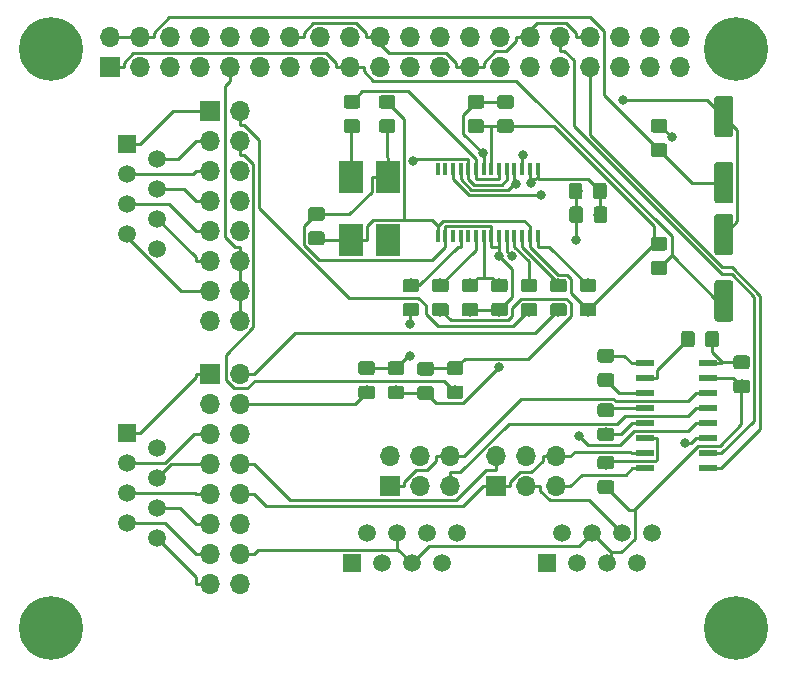
<source format=gbr>
G04 #@! TF.GenerationSoftware,KiCad,Pcbnew,(5.0.2)-1*
G04 #@! TF.CreationDate,2019-06-22T23:22:15-04:00*
G04 #@! TF.ProjectId,RPi-Ham,5250692d-4861-46d2-9e6b-696361645f70,rev?*
G04 #@! TF.SameCoordinates,Original*
G04 #@! TF.FileFunction,Copper,L1,Top*
G04 #@! TF.FilePolarity,Positive*
%FSLAX46Y46*%
G04 Gerber Fmt 4.6, Leading zero omitted, Abs format (unit mm)*
G04 Created by KiCad (PCBNEW (5.0.2)-1) date 2019-06-22 23:22:15*
%MOMM*%
%LPD*%
G01*
G04 APERTURE LIST*
G04 #@! TA.AperFunction,ComponentPad*
%ADD10C,1.500000*%
G04 #@! TD*
G04 #@! TA.AperFunction,ComponentPad*
%ADD11R,1.500000X1.500000*%
G04 #@! TD*
G04 #@! TA.AperFunction,ComponentPad*
%ADD12C,5.400000*%
G04 #@! TD*
G04 #@! TA.AperFunction,ComponentPad*
%ADD13C,0.800000*%
G04 #@! TD*
G04 #@! TA.AperFunction,Conductor*
%ADD14C,0.100000*%
G04 #@! TD*
G04 #@! TA.AperFunction,SMDPad,CuDef*
%ADD15C,1.150000*%
G04 #@! TD*
G04 #@! TA.AperFunction,SMDPad,CuDef*
%ADD16C,1.600000*%
G04 #@! TD*
G04 #@! TA.AperFunction,ComponentPad*
%ADD17O,1.700000X1.700000*%
G04 #@! TD*
G04 #@! TA.AperFunction,ComponentPad*
%ADD18R,1.700000X1.700000*%
G04 #@! TD*
G04 #@! TA.AperFunction,SMDPad,CuDef*
%ADD19R,0.400000X1.100000*%
G04 #@! TD*
G04 #@! TA.AperFunction,SMDPad,CuDef*
%ADD20R,1.500000X0.600000*%
G04 #@! TD*
G04 #@! TA.AperFunction,SMDPad,CuDef*
%ADD21R,2.100000X2.700000*%
G04 #@! TD*
G04 #@! TA.AperFunction,ViaPad*
%ADD22C,0.800000*%
G04 #@! TD*
G04 #@! TA.AperFunction,Conductor*
%ADD23C,0.250000*%
G04 #@! TD*
G04 APERTURE END LIST*
D10*
G04 #@! TO.P,J2,8*
G04 #@! TO.N,Net-(J2-Pad8)*
X85390000Y-73460000D03*
G04 #@! TO.P,J2,7*
G04 #@! TO.N,Net-(J2-Pad7)*
X84120000Y-76000000D03*
G04 #@! TO.P,J2,6*
G04 #@! TO.N,Net-(J1-Pad3)*
X82850000Y-73460000D03*
G04 #@! TO.P,J2,5*
G04 #@! TO.N,GND*
X81580000Y-76000000D03*
G04 #@! TO.P,J2,4*
X80310000Y-73460000D03*
G04 #@! TO.P,J2,3*
G04 #@! TO.N,Net-(J1-Pad4)*
X79040000Y-76000000D03*
G04 #@! TO.P,J2,2*
G04 #@! TO.N,Net-(J2-Pad2)*
X77770000Y-73460000D03*
D11*
G04 #@! TO.P,J2,1*
G04 #@! TO.N,Net-(J2-Pad1)*
X76500000Y-76000000D03*
G04 #@! TD*
G04 #@! TO.P,J4,1*
G04 #@! TO.N,Net-(J4-Pad1)*
X93000000Y-76000000D03*
D10*
G04 #@! TO.P,J4,2*
G04 #@! TO.N,Net-(J4-Pad2)*
X94270000Y-73460000D03*
G04 #@! TO.P,J4,3*
G04 #@! TO.N,Net-(J3-Pad4)*
X95540000Y-76000000D03*
G04 #@! TO.P,J4,4*
G04 #@! TO.N,GND*
X96810000Y-73460000D03*
G04 #@! TO.P,J4,5*
X98080000Y-76000000D03*
G04 #@! TO.P,J4,6*
G04 #@! TO.N,Net-(J3-Pad3)*
X99350000Y-73460000D03*
G04 #@! TO.P,J4,7*
G04 #@! TO.N,Net-(J4-Pad7)*
X100620000Y-76000000D03*
G04 #@! TO.P,J4,8*
G04 #@! TO.N,Net-(J4-Pad8)*
X101890000Y-73460000D03*
G04 #@! TD*
D12*
G04 #@! TO.P,J12,1*
G04 #@! TO.N,N/C*
X109000000Y-32500000D03*
D13*
X111025000Y-32500000D03*
X110431891Y-33931891D03*
X109000000Y-34525000D03*
X107568109Y-33931891D03*
X106975000Y-32500000D03*
X107568109Y-31068109D03*
X109000000Y-30475000D03*
X110431891Y-31068109D03*
G04 #@! TD*
G04 #@! TO.P,J13,1*
G04 #@! TO.N,N/C*
X52431891Y-31068109D03*
X51000000Y-30475000D03*
X49568109Y-31068109D03*
X48975000Y-32500000D03*
X49568109Y-33931891D03*
X51000000Y-34525000D03*
X52431891Y-33931891D03*
X53025000Y-32500000D03*
D12*
X51000000Y-32500000D03*
G04 #@! TD*
D13*
G04 #@! TO.P,J10,1*
G04 #@! TO.N,N/C*
X110431891Y-80068109D03*
X109000000Y-79475000D03*
X107568109Y-80068109D03*
X106975000Y-81500000D03*
X107568109Y-82931891D03*
X109000000Y-83525000D03*
X110431891Y-82931891D03*
X111025000Y-81500000D03*
D12*
X109000000Y-81500000D03*
G04 #@! TD*
D13*
G04 #@! TO.P,J11,1*
G04 #@! TO.N,N/C*
X52431891Y-80068109D03*
X51000000Y-79475000D03*
X49568109Y-80068109D03*
X48975000Y-81500000D03*
X49568109Y-82931891D03*
X51000000Y-83525000D03*
X52431891Y-82931891D03*
X53025000Y-81500000D03*
D12*
X51000000Y-81500000D03*
G04 #@! TD*
D14*
G04 #@! TO.N,INL*
G04 #@! TO.C,C1*
G36*
X91974505Y-53976204D02*
X91998773Y-53979804D01*
X92022572Y-53985765D01*
X92045671Y-53994030D01*
X92067850Y-54004520D01*
X92088893Y-54017132D01*
X92108599Y-54031747D01*
X92126777Y-54048223D01*
X92143253Y-54066401D01*
X92157868Y-54086107D01*
X92170480Y-54107150D01*
X92180970Y-54129329D01*
X92189235Y-54152428D01*
X92195196Y-54176227D01*
X92198796Y-54200495D01*
X92200000Y-54224999D01*
X92200000Y-54875001D01*
X92198796Y-54899505D01*
X92195196Y-54923773D01*
X92189235Y-54947572D01*
X92180970Y-54970671D01*
X92170480Y-54992850D01*
X92157868Y-55013893D01*
X92143253Y-55033599D01*
X92126777Y-55051777D01*
X92108599Y-55068253D01*
X92088893Y-55082868D01*
X92067850Y-55095480D01*
X92045671Y-55105970D01*
X92022572Y-55114235D01*
X91998773Y-55120196D01*
X91974505Y-55123796D01*
X91950001Y-55125000D01*
X91049999Y-55125000D01*
X91025495Y-55123796D01*
X91001227Y-55120196D01*
X90977428Y-55114235D01*
X90954329Y-55105970D01*
X90932150Y-55095480D01*
X90911107Y-55082868D01*
X90891401Y-55068253D01*
X90873223Y-55051777D01*
X90856747Y-55033599D01*
X90842132Y-55013893D01*
X90829520Y-54992850D01*
X90819030Y-54970671D01*
X90810765Y-54947572D01*
X90804804Y-54923773D01*
X90801204Y-54899505D01*
X90800000Y-54875001D01*
X90800000Y-54224999D01*
X90801204Y-54200495D01*
X90804804Y-54176227D01*
X90810765Y-54152428D01*
X90819030Y-54129329D01*
X90829520Y-54107150D01*
X90842132Y-54086107D01*
X90856747Y-54066401D01*
X90873223Y-54048223D01*
X90891401Y-54031747D01*
X90911107Y-54017132D01*
X90932150Y-54004520D01*
X90954329Y-53994030D01*
X90977428Y-53985765D01*
X91001227Y-53979804D01*
X91025495Y-53976204D01*
X91049999Y-53975000D01*
X91950001Y-53975000D01*
X91974505Y-53976204D01*
X91974505Y-53976204D01*
G37*
D15*
G04 #@! TD*
G04 #@! TO.P,C1,2*
G04 #@! TO.N,INL*
X91500000Y-54550000D03*
D14*
G04 #@! TO.N,Net-(C1-Pad1)*
G04 #@! TO.C,C1*
G36*
X91974505Y-51926204D02*
X91998773Y-51929804D01*
X92022572Y-51935765D01*
X92045671Y-51944030D01*
X92067850Y-51954520D01*
X92088893Y-51967132D01*
X92108599Y-51981747D01*
X92126777Y-51998223D01*
X92143253Y-52016401D01*
X92157868Y-52036107D01*
X92170480Y-52057150D01*
X92180970Y-52079329D01*
X92189235Y-52102428D01*
X92195196Y-52126227D01*
X92198796Y-52150495D01*
X92200000Y-52174999D01*
X92200000Y-52825001D01*
X92198796Y-52849505D01*
X92195196Y-52873773D01*
X92189235Y-52897572D01*
X92180970Y-52920671D01*
X92170480Y-52942850D01*
X92157868Y-52963893D01*
X92143253Y-52983599D01*
X92126777Y-53001777D01*
X92108599Y-53018253D01*
X92088893Y-53032868D01*
X92067850Y-53045480D01*
X92045671Y-53055970D01*
X92022572Y-53064235D01*
X91998773Y-53070196D01*
X91974505Y-53073796D01*
X91950001Y-53075000D01*
X91049999Y-53075000D01*
X91025495Y-53073796D01*
X91001227Y-53070196D01*
X90977428Y-53064235D01*
X90954329Y-53055970D01*
X90932150Y-53045480D01*
X90911107Y-53032868D01*
X90891401Y-53018253D01*
X90873223Y-53001777D01*
X90856747Y-52983599D01*
X90842132Y-52963893D01*
X90829520Y-52942850D01*
X90819030Y-52920671D01*
X90810765Y-52897572D01*
X90804804Y-52873773D01*
X90801204Y-52849505D01*
X90800000Y-52825001D01*
X90800000Y-52174999D01*
X90801204Y-52150495D01*
X90804804Y-52126227D01*
X90810765Y-52102428D01*
X90819030Y-52079329D01*
X90829520Y-52057150D01*
X90842132Y-52036107D01*
X90856747Y-52016401D01*
X90873223Y-51998223D01*
X90891401Y-51981747D01*
X90911107Y-51967132D01*
X90932150Y-51954520D01*
X90954329Y-51944030D01*
X90977428Y-51935765D01*
X91001227Y-51929804D01*
X91025495Y-51926204D01*
X91049999Y-51925000D01*
X91950001Y-51925000D01*
X91974505Y-51926204D01*
X91974505Y-51926204D01*
G37*
D15*
G04 #@! TD*
G04 #@! TO.P,C1,1*
G04 #@! TO.N,Net-(C1-Pad1)*
X91500000Y-52500000D03*
D14*
G04 #@! TO.N,INR*
G04 #@! TO.C,C2*
G36*
X94474505Y-53976204D02*
X94498773Y-53979804D01*
X94522572Y-53985765D01*
X94545671Y-53994030D01*
X94567850Y-54004520D01*
X94588893Y-54017132D01*
X94608599Y-54031747D01*
X94626777Y-54048223D01*
X94643253Y-54066401D01*
X94657868Y-54086107D01*
X94670480Y-54107150D01*
X94680970Y-54129329D01*
X94689235Y-54152428D01*
X94695196Y-54176227D01*
X94698796Y-54200495D01*
X94700000Y-54224999D01*
X94700000Y-54875001D01*
X94698796Y-54899505D01*
X94695196Y-54923773D01*
X94689235Y-54947572D01*
X94680970Y-54970671D01*
X94670480Y-54992850D01*
X94657868Y-55013893D01*
X94643253Y-55033599D01*
X94626777Y-55051777D01*
X94608599Y-55068253D01*
X94588893Y-55082868D01*
X94567850Y-55095480D01*
X94545671Y-55105970D01*
X94522572Y-55114235D01*
X94498773Y-55120196D01*
X94474505Y-55123796D01*
X94450001Y-55125000D01*
X93549999Y-55125000D01*
X93525495Y-55123796D01*
X93501227Y-55120196D01*
X93477428Y-55114235D01*
X93454329Y-55105970D01*
X93432150Y-55095480D01*
X93411107Y-55082868D01*
X93391401Y-55068253D01*
X93373223Y-55051777D01*
X93356747Y-55033599D01*
X93342132Y-55013893D01*
X93329520Y-54992850D01*
X93319030Y-54970671D01*
X93310765Y-54947572D01*
X93304804Y-54923773D01*
X93301204Y-54899505D01*
X93300000Y-54875001D01*
X93300000Y-54224999D01*
X93301204Y-54200495D01*
X93304804Y-54176227D01*
X93310765Y-54152428D01*
X93319030Y-54129329D01*
X93329520Y-54107150D01*
X93342132Y-54086107D01*
X93356747Y-54066401D01*
X93373223Y-54048223D01*
X93391401Y-54031747D01*
X93411107Y-54017132D01*
X93432150Y-54004520D01*
X93454329Y-53994030D01*
X93477428Y-53985765D01*
X93501227Y-53979804D01*
X93525495Y-53976204D01*
X93549999Y-53975000D01*
X94450001Y-53975000D01*
X94474505Y-53976204D01*
X94474505Y-53976204D01*
G37*
D15*
G04 #@! TD*
G04 #@! TO.P,C2,2*
G04 #@! TO.N,INR*
X94000000Y-54550000D03*
D14*
G04 #@! TO.N,Net-(C2-Pad1)*
G04 #@! TO.C,C2*
G36*
X94474505Y-51926204D02*
X94498773Y-51929804D01*
X94522572Y-51935765D01*
X94545671Y-51944030D01*
X94567850Y-51954520D01*
X94588893Y-51967132D01*
X94608599Y-51981747D01*
X94626777Y-51998223D01*
X94643253Y-52016401D01*
X94657868Y-52036107D01*
X94670480Y-52057150D01*
X94680970Y-52079329D01*
X94689235Y-52102428D01*
X94695196Y-52126227D01*
X94698796Y-52150495D01*
X94700000Y-52174999D01*
X94700000Y-52825001D01*
X94698796Y-52849505D01*
X94695196Y-52873773D01*
X94689235Y-52897572D01*
X94680970Y-52920671D01*
X94670480Y-52942850D01*
X94657868Y-52963893D01*
X94643253Y-52983599D01*
X94626777Y-53001777D01*
X94608599Y-53018253D01*
X94588893Y-53032868D01*
X94567850Y-53045480D01*
X94545671Y-53055970D01*
X94522572Y-53064235D01*
X94498773Y-53070196D01*
X94474505Y-53073796D01*
X94450001Y-53075000D01*
X93549999Y-53075000D01*
X93525495Y-53073796D01*
X93501227Y-53070196D01*
X93477428Y-53064235D01*
X93454329Y-53055970D01*
X93432150Y-53045480D01*
X93411107Y-53032868D01*
X93391401Y-53018253D01*
X93373223Y-53001777D01*
X93356747Y-52983599D01*
X93342132Y-52963893D01*
X93329520Y-52942850D01*
X93319030Y-52920671D01*
X93310765Y-52897572D01*
X93304804Y-52873773D01*
X93301204Y-52849505D01*
X93300000Y-52825001D01*
X93300000Y-52174999D01*
X93301204Y-52150495D01*
X93304804Y-52126227D01*
X93310765Y-52102428D01*
X93319030Y-52079329D01*
X93329520Y-52057150D01*
X93342132Y-52036107D01*
X93356747Y-52016401D01*
X93373223Y-51998223D01*
X93391401Y-51981747D01*
X93411107Y-51967132D01*
X93432150Y-51954520D01*
X93454329Y-51944030D01*
X93477428Y-51935765D01*
X93501227Y-51929804D01*
X93525495Y-51926204D01*
X93549999Y-51925000D01*
X94450001Y-51925000D01*
X94474505Y-51926204D01*
X94474505Y-51926204D01*
G37*
D15*
G04 #@! TD*
G04 #@! TO.P,C2,1*
G04 #@! TO.N,Net-(C2-Pad1)*
X94000000Y-52500000D03*
D14*
G04 #@! TO.N,VCC*
G04 #@! TO.C,C3*
G36*
X95849505Y-45801204D02*
X95873773Y-45804804D01*
X95897572Y-45810765D01*
X95920671Y-45819030D01*
X95942850Y-45829520D01*
X95963893Y-45842132D01*
X95983599Y-45856747D01*
X96001777Y-45873223D01*
X96018253Y-45891401D01*
X96032868Y-45911107D01*
X96045480Y-45932150D01*
X96055970Y-45954329D01*
X96064235Y-45977428D01*
X96070196Y-46001227D01*
X96073796Y-46025495D01*
X96075000Y-46049999D01*
X96075000Y-46950001D01*
X96073796Y-46974505D01*
X96070196Y-46998773D01*
X96064235Y-47022572D01*
X96055970Y-47045671D01*
X96045480Y-47067850D01*
X96032868Y-47088893D01*
X96018253Y-47108599D01*
X96001777Y-47126777D01*
X95983599Y-47143253D01*
X95963893Y-47157868D01*
X95942850Y-47170480D01*
X95920671Y-47180970D01*
X95897572Y-47189235D01*
X95873773Y-47195196D01*
X95849505Y-47198796D01*
X95825001Y-47200000D01*
X95174999Y-47200000D01*
X95150495Y-47198796D01*
X95126227Y-47195196D01*
X95102428Y-47189235D01*
X95079329Y-47180970D01*
X95057150Y-47170480D01*
X95036107Y-47157868D01*
X95016401Y-47143253D01*
X94998223Y-47126777D01*
X94981747Y-47108599D01*
X94967132Y-47088893D01*
X94954520Y-47067850D01*
X94944030Y-47045671D01*
X94935765Y-47022572D01*
X94929804Y-46998773D01*
X94926204Y-46974505D01*
X94925000Y-46950001D01*
X94925000Y-46049999D01*
X94926204Y-46025495D01*
X94929804Y-46001227D01*
X94935765Y-45977428D01*
X94944030Y-45954329D01*
X94954520Y-45932150D01*
X94967132Y-45911107D01*
X94981747Y-45891401D01*
X94998223Y-45873223D01*
X95016401Y-45856747D01*
X95036107Y-45842132D01*
X95057150Y-45829520D01*
X95079329Y-45819030D01*
X95102428Y-45810765D01*
X95126227Y-45804804D01*
X95150495Y-45801204D01*
X95174999Y-45800000D01*
X95825001Y-45800000D01*
X95849505Y-45801204D01*
X95849505Y-45801204D01*
G37*
D15*
G04 #@! TD*
G04 #@! TO.P,C3,1*
G04 #@! TO.N,VCC*
X95500000Y-46500000D03*
D14*
G04 #@! TO.N,Earth*
G04 #@! TO.C,C3*
G36*
X97899505Y-45801204D02*
X97923773Y-45804804D01*
X97947572Y-45810765D01*
X97970671Y-45819030D01*
X97992850Y-45829520D01*
X98013893Y-45842132D01*
X98033599Y-45856747D01*
X98051777Y-45873223D01*
X98068253Y-45891401D01*
X98082868Y-45911107D01*
X98095480Y-45932150D01*
X98105970Y-45954329D01*
X98114235Y-45977428D01*
X98120196Y-46001227D01*
X98123796Y-46025495D01*
X98125000Y-46049999D01*
X98125000Y-46950001D01*
X98123796Y-46974505D01*
X98120196Y-46998773D01*
X98114235Y-47022572D01*
X98105970Y-47045671D01*
X98095480Y-47067850D01*
X98082868Y-47088893D01*
X98068253Y-47108599D01*
X98051777Y-47126777D01*
X98033599Y-47143253D01*
X98013893Y-47157868D01*
X97992850Y-47170480D01*
X97970671Y-47180970D01*
X97947572Y-47189235D01*
X97923773Y-47195196D01*
X97899505Y-47198796D01*
X97875001Y-47200000D01*
X97224999Y-47200000D01*
X97200495Y-47198796D01*
X97176227Y-47195196D01*
X97152428Y-47189235D01*
X97129329Y-47180970D01*
X97107150Y-47170480D01*
X97086107Y-47157868D01*
X97066401Y-47143253D01*
X97048223Y-47126777D01*
X97031747Y-47108599D01*
X97017132Y-47088893D01*
X97004520Y-47067850D01*
X96994030Y-47045671D01*
X96985765Y-47022572D01*
X96979804Y-46998773D01*
X96976204Y-46974505D01*
X96975000Y-46950001D01*
X96975000Y-46049999D01*
X96976204Y-46025495D01*
X96979804Y-46001227D01*
X96985765Y-45977428D01*
X96994030Y-45954329D01*
X97004520Y-45932150D01*
X97017132Y-45911107D01*
X97031747Y-45891401D01*
X97048223Y-45873223D01*
X97066401Y-45856747D01*
X97086107Y-45842132D01*
X97107150Y-45829520D01*
X97129329Y-45819030D01*
X97152428Y-45810765D01*
X97176227Y-45804804D01*
X97200495Y-45801204D01*
X97224999Y-45800000D01*
X97875001Y-45800000D01*
X97899505Y-45801204D01*
X97899505Y-45801204D01*
G37*
D15*
G04 #@! TD*
G04 #@! TO.P,C3,2*
G04 #@! TO.N,Earth*
X97550000Y-46500000D03*
D14*
G04 #@! TO.N,VCC*
G04 #@! TO.C,C4*
G36*
X95799505Y-43801204D02*
X95823773Y-43804804D01*
X95847572Y-43810765D01*
X95870671Y-43819030D01*
X95892850Y-43829520D01*
X95913893Y-43842132D01*
X95933599Y-43856747D01*
X95951777Y-43873223D01*
X95968253Y-43891401D01*
X95982868Y-43911107D01*
X95995480Y-43932150D01*
X96005970Y-43954329D01*
X96014235Y-43977428D01*
X96020196Y-44001227D01*
X96023796Y-44025495D01*
X96025000Y-44049999D01*
X96025000Y-44950001D01*
X96023796Y-44974505D01*
X96020196Y-44998773D01*
X96014235Y-45022572D01*
X96005970Y-45045671D01*
X95995480Y-45067850D01*
X95982868Y-45088893D01*
X95968253Y-45108599D01*
X95951777Y-45126777D01*
X95933599Y-45143253D01*
X95913893Y-45157868D01*
X95892850Y-45170480D01*
X95870671Y-45180970D01*
X95847572Y-45189235D01*
X95823773Y-45195196D01*
X95799505Y-45198796D01*
X95775001Y-45200000D01*
X95124999Y-45200000D01*
X95100495Y-45198796D01*
X95076227Y-45195196D01*
X95052428Y-45189235D01*
X95029329Y-45180970D01*
X95007150Y-45170480D01*
X94986107Y-45157868D01*
X94966401Y-45143253D01*
X94948223Y-45126777D01*
X94931747Y-45108599D01*
X94917132Y-45088893D01*
X94904520Y-45067850D01*
X94894030Y-45045671D01*
X94885765Y-45022572D01*
X94879804Y-44998773D01*
X94876204Y-44974505D01*
X94875000Y-44950001D01*
X94875000Y-44049999D01*
X94876204Y-44025495D01*
X94879804Y-44001227D01*
X94885765Y-43977428D01*
X94894030Y-43954329D01*
X94904520Y-43932150D01*
X94917132Y-43911107D01*
X94931747Y-43891401D01*
X94948223Y-43873223D01*
X94966401Y-43856747D01*
X94986107Y-43842132D01*
X95007150Y-43829520D01*
X95029329Y-43819030D01*
X95052428Y-43810765D01*
X95076227Y-43804804D01*
X95100495Y-43801204D01*
X95124999Y-43800000D01*
X95775001Y-43800000D01*
X95799505Y-43801204D01*
X95799505Y-43801204D01*
G37*
D15*
G04 #@! TD*
G04 #@! TO.P,C4,1*
G04 #@! TO.N,VCC*
X95450000Y-44500000D03*
D14*
G04 #@! TO.N,Earth*
G04 #@! TO.C,C4*
G36*
X97849505Y-43801204D02*
X97873773Y-43804804D01*
X97897572Y-43810765D01*
X97920671Y-43819030D01*
X97942850Y-43829520D01*
X97963893Y-43842132D01*
X97983599Y-43856747D01*
X98001777Y-43873223D01*
X98018253Y-43891401D01*
X98032868Y-43911107D01*
X98045480Y-43932150D01*
X98055970Y-43954329D01*
X98064235Y-43977428D01*
X98070196Y-44001227D01*
X98073796Y-44025495D01*
X98075000Y-44049999D01*
X98075000Y-44950001D01*
X98073796Y-44974505D01*
X98070196Y-44998773D01*
X98064235Y-45022572D01*
X98055970Y-45045671D01*
X98045480Y-45067850D01*
X98032868Y-45088893D01*
X98018253Y-45108599D01*
X98001777Y-45126777D01*
X97983599Y-45143253D01*
X97963893Y-45157868D01*
X97942850Y-45170480D01*
X97920671Y-45180970D01*
X97897572Y-45189235D01*
X97873773Y-45195196D01*
X97849505Y-45198796D01*
X97825001Y-45200000D01*
X97174999Y-45200000D01*
X97150495Y-45198796D01*
X97126227Y-45195196D01*
X97102428Y-45189235D01*
X97079329Y-45180970D01*
X97057150Y-45170480D01*
X97036107Y-45157868D01*
X97016401Y-45143253D01*
X96998223Y-45126777D01*
X96981747Y-45108599D01*
X96967132Y-45088893D01*
X96954520Y-45067850D01*
X96944030Y-45045671D01*
X96935765Y-45022572D01*
X96929804Y-44998773D01*
X96926204Y-44974505D01*
X96925000Y-44950001D01*
X96925000Y-44049999D01*
X96926204Y-44025495D01*
X96929804Y-44001227D01*
X96935765Y-43977428D01*
X96944030Y-43954329D01*
X96954520Y-43932150D01*
X96967132Y-43911107D01*
X96981747Y-43891401D01*
X96998223Y-43873223D01*
X97016401Y-43856747D01*
X97036107Y-43842132D01*
X97057150Y-43829520D01*
X97079329Y-43819030D01*
X97102428Y-43810765D01*
X97126227Y-43804804D01*
X97150495Y-43801204D01*
X97174999Y-43800000D01*
X97825001Y-43800000D01*
X97849505Y-43801204D01*
X97849505Y-43801204D01*
G37*
D15*
G04 #@! TD*
G04 #@! TO.P,C4,2*
G04 #@! TO.N,Earth*
X97500000Y-44500000D03*
D14*
G04 #@! TO.N,VDD*
G04 #@! TO.C,C5*
G36*
X79974505Y-36376204D02*
X79998773Y-36379804D01*
X80022572Y-36385765D01*
X80045671Y-36394030D01*
X80067850Y-36404520D01*
X80088893Y-36417132D01*
X80108599Y-36431747D01*
X80126777Y-36448223D01*
X80143253Y-36466401D01*
X80157868Y-36486107D01*
X80170480Y-36507150D01*
X80180970Y-36529329D01*
X80189235Y-36552428D01*
X80195196Y-36576227D01*
X80198796Y-36600495D01*
X80200000Y-36624999D01*
X80200000Y-37275001D01*
X80198796Y-37299505D01*
X80195196Y-37323773D01*
X80189235Y-37347572D01*
X80180970Y-37370671D01*
X80170480Y-37392850D01*
X80157868Y-37413893D01*
X80143253Y-37433599D01*
X80126777Y-37451777D01*
X80108599Y-37468253D01*
X80088893Y-37482868D01*
X80067850Y-37495480D01*
X80045671Y-37505970D01*
X80022572Y-37514235D01*
X79998773Y-37520196D01*
X79974505Y-37523796D01*
X79950001Y-37525000D01*
X79049999Y-37525000D01*
X79025495Y-37523796D01*
X79001227Y-37520196D01*
X78977428Y-37514235D01*
X78954329Y-37505970D01*
X78932150Y-37495480D01*
X78911107Y-37482868D01*
X78891401Y-37468253D01*
X78873223Y-37451777D01*
X78856747Y-37433599D01*
X78842132Y-37413893D01*
X78829520Y-37392850D01*
X78819030Y-37370671D01*
X78810765Y-37347572D01*
X78804804Y-37323773D01*
X78801204Y-37299505D01*
X78800000Y-37275001D01*
X78800000Y-36624999D01*
X78801204Y-36600495D01*
X78804804Y-36576227D01*
X78810765Y-36552428D01*
X78819030Y-36529329D01*
X78829520Y-36507150D01*
X78842132Y-36486107D01*
X78856747Y-36466401D01*
X78873223Y-36448223D01*
X78891401Y-36431747D01*
X78911107Y-36417132D01*
X78932150Y-36404520D01*
X78954329Y-36394030D01*
X78977428Y-36385765D01*
X79001227Y-36379804D01*
X79025495Y-36376204D01*
X79049999Y-36375000D01*
X79950001Y-36375000D01*
X79974505Y-36376204D01*
X79974505Y-36376204D01*
G37*
D15*
G04 #@! TD*
G04 #@! TO.P,C5,1*
G04 #@! TO.N,VDD*
X79500000Y-36950000D03*
D14*
G04 #@! TO.N,Earth*
G04 #@! TO.C,C5*
G36*
X79974505Y-38426204D02*
X79998773Y-38429804D01*
X80022572Y-38435765D01*
X80045671Y-38444030D01*
X80067850Y-38454520D01*
X80088893Y-38467132D01*
X80108599Y-38481747D01*
X80126777Y-38498223D01*
X80143253Y-38516401D01*
X80157868Y-38536107D01*
X80170480Y-38557150D01*
X80180970Y-38579329D01*
X80189235Y-38602428D01*
X80195196Y-38626227D01*
X80198796Y-38650495D01*
X80200000Y-38674999D01*
X80200000Y-39325001D01*
X80198796Y-39349505D01*
X80195196Y-39373773D01*
X80189235Y-39397572D01*
X80180970Y-39420671D01*
X80170480Y-39442850D01*
X80157868Y-39463893D01*
X80143253Y-39483599D01*
X80126777Y-39501777D01*
X80108599Y-39518253D01*
X80088893Y-39532868D01*
X80067850Y-39545480D01*
X80045671Y-39555970D01*
X80022572Y-39564235D01*
X79998773Y-39570196D01*
X79974505Y-39573796D01*
X79950001Y-39575000D01*
X79049999Y-39575000D01*
X79025495Y-39573796D01*
X79001227Y-39570196D01*
X78977428Y-39564235D01*
X78954329Y-39555970D01*
X78932150Y-39545480D01*
X78911107Y-39532868D01*
X78891401Y-39518253D01*
X78873223Y-39501777D01*
X78856747Y-39483599D01*
X78842132Y-39463893D01*
X78829520Y-39442850D01*
X78819030Y-39420671D01*
X78810765Y-39397572D01*
X78804804Y-39373773D01*
X78801204Y-39349505D01*
X78800000Y-39325001D01*
X78800000Y-38674999D01*
X78801204Y-38650495D01*
X78804804Y-38626227D01*
X78810765Y-38602428D01*
X78819030Y-38579329D01*
X78829520Y-38557150D01*
X78842132Y-38536107D01*
X78856747Y-38516401D01*
X78873223Y-38498223D01*
X78891401Y-38481747D01*
X78911107Y-38467132D01*
X78932150Y-38454520D01*
X78954329Y-38444030D01*
X78977428Y-38435765D01*
X79001227Y-38429804D01*
X79025495Y-38426204D01*
X79049999Y-38425000D01*
X79950001Y-38425000D01*
X79974505Y-38426204D01*
X79974505Y-38426204D01*
G37*
D15*
G04 #@! TD*
G04 #@! TO.P,C5,2*
G04 #@! TO.N,Earth*
X79500000Y-39000000D03*
D14*
G04 #@! TO.N,Net-(C6-Pad1)*
G04 #@! TO.C,C6*
G36*
X89474505Y-51926204D02*
X89498773Y-51929804D01*
X89522572Y-51935765D01*
X89545671Y-51944030D01*
X89567850Y-51954520D01*
X89588893Y-51967132D01*
X89608599Y-51981747D01*
X89626777Y-51998223D01*
X89643253Y-52016401D01*
X89657868Y-52036107D01*
X89670480Y-52057150D01*
X89680970Y-52079329D01*
X89689235Y-52102428D01*
X89695196Y-52126227D01*
X89698796Y-52150495D01*
X89700000Y-52174999D01*
X89700000Y-52825001D01*
X89698796Y-52849505D01*
X89695196Y-52873773D01*
X89689235Y-52897572D01*
X89680970Y-52920671D01*
X89670480Y-52942850D01*
X89657868Y-52963893D01*
X89643253Y-52983599D01*
X89626777Y-53001777D01*
X89608599Y-53018253D01*
X89588893Y-53032868D01*
X89567850Y-53045480D01*
X89545671Y-53055970D01*
X89522572Y-53064235D01*
X89498773Y-53070196D01*
X89474505Y-53073796D01*
X89450001Y-53075000D01*
X88549999Y-53075000D01*
X88525495Y-53073796D01*
X88501227Y-53070196D01*
X88477428Y-53064235D01*
X88454329Y-53055970D01*
X88432150Y-53045480D01*
X88411107Y-53032868D01*
X88391401Y-53018253D01*
X88373223Y-53001777D01*
X88356747Y-52983599D01*
X88342132Y-52963893D01*
X88329520Y-52942850D01*
X88319030Y-52920671D01*
X88310765Y-52897572D01*
X88304804Y-52873773D01*
X88301204Y-52849505D01*
X88300000Y-52825001D01*
X88300000Y-52174999D01*
X88301204Y-52150495D01*
X88304804Y-52126227D01*
X88310765Y-52102428D01*
X88319030Y-52079329D01*
X88329520Y-52057150D01*
X88342132Y-52036107D01*
X88356747Y-52016401D01*
X88373223Y-51998223D01*
X88391401Y-51981747D01*
X88411107Y-51967132D01*
X88432150Y-51954520D01*
X88454329Y-51944030D01*
X88477428Y-51935765D01*
X88501227Y-51929804D01*
X88525495Y-51926204D01*
X88549999Y-51925000D01*
X89450001Y-51925000D01*
X89474505Y-51926204D01*
X89474505Y-51926204D01*
G37*
D15*
G04 #@! TD*
G04 #@! TO.P,C6,1*
G04 #@! TO.N,Net-(C6-Pad1)*
X89000000Y-52500000D03*
D14*
G04 #@! TO.N,Earth*
G04 #@! TO.C,C6*
G36*
X89474505Y-53976204D02*
X89498773Y-53979804D01*
X89522572Y-53985765D01*
X89545671Y-53994030D01*
X89567850Y-54004520D01*
X89588893Y-54017132D01*
X89608599Y-54031747D01*
X89626777Y-54048223D01*
X89643253Y-54066401D01*
X89657868Y-54086107D01*
X89670480Y-54107150D01*
X89680970Y-54129329D01*
X89689235Y-54152428D01*
X89695196Y-54176227D01*
X89698796Y-54200495D01*
X89700000Y-54224999D01*
X89700000Y-54875001D01*
X89698796Y-54899505D01*
X89695196Y-54923773D01*
X89689235Y-54947572D01*
X89680970Y-54970671D01*
X89670480Y-54992850D01*
X89657868Y-55013893D01*
X89643253Y-55033599D01*
X89626777Y-55051777D01*
X89608599Y-55068253D01*
X89588893Y-55082868D01*
X89567850Y-55095480D01*
X89545671Y-55105970D01*
X89522572Y-55114235D01*
X89498773Y-55120196D01*
X89474505Y-55123796D01*
X89450001Y-55125000D01*
X88549999Y-55125000D01*
X88525495Y-55123796D01*
X88501227Y-55120196D01*
X88477428Y-55114235D01*
X88454329Y-55105970D01*
X88432150Y-55095480D01*
X88411107Y-55082868D01*
X88391401Y-55068253D01*
X88373223Y-55051777D01*
X88356747Y-55033599D01*
X88342132Y-55013893D01*
X88329520Y-54992850D01*
X88319030Y-54970671D01*
X88310765Y-54947572D01*
X88304804Y-54923773D01*
X88301204Y-54899505D01*
X88300000Y-54875001D01*
X88300000Y-54224999D01*
X88301204Y-54200495D01*
X88304804Y-54176227D01*
X88310765Y-54152428D01*
X88319030Y-54129329D01*
X88329520Y-54107150D01*
X88342132Y-54086107D01*
X88356747Y-54066401D01*
X88373223Y-54048223D01*
X88391401Y-54031747D01*
X88411107Y-54017132D01*
X88432150Y-54004520D01*
X88454329Y-53994030D01*
X88477428Y-53985765D01*
X88501227Y-53979804D01*
X88525495Y-53976204D01*
X88549999Y-53975000D01*
X89450001Y-53975000D01*
X89474505Y-53976204D01*
X89474505Y-53976204D01*
G37*
D15*
G04 #@! TD*
G04 #@! TO.P,C6,2*
G04 #@! TO.N,Earth*
X89000000Y-54550000D03*
D14*
G04 #@! TO.N,Earth*
G04 #@! TO.C,C7*
G36*
X86974505Y-53976204D02*
X86998773Y-53979804D01*
X87022572Y-53985765D01*
X87045671Y-53994030D01*
X87067850Y-54004520D01*
X87088893Y-54017132D01*
X87108599Y-54031747D01*
X87126777Y-54048223D01*
X87143253Y-54066401D01*
X87157868Y-54086107D01*
X87170480Y-54107150D01*
X87180970Y-54129329D01*
X87189235Y-54152428D01*
X87195196Y-54176227D01*
X87198796Y-54200495D01*
X87200000Y-54224999D01*
X87200000Y-54875001D01*
X87198796Y-54899505D01*
X87195196Y-54923773D01*
X87189235Y-54947572D01*
X87180970Y-54970671D01*
X87170480Y-54992850D01*
X87157868Y-55013893D01*
X87143253Y-55033599D01*
X87126777Y-55051777D01*
X87108599Y-55068253D01*
X87088893Y-55082868D01*
X87067850Y-55095480D01*
X87045671Y-55105970D01*
X87022572Y-55114235D01*
X86998773Y-55120196D01*
X86974505Y-55123796D01*
X86950001Y-55125000D01*
X86049999Y-55125000D01*
X86025495Y-55123796D01*
X86001227Y-55120196D01*
X85977428Y-55114235D01*
X85954329Y-55105970D01*
X85932150Y-55095480D01*
X85911107Y-55082868D01*
X85891401Y-55068253D01*
X85873223Y-55051777D01*
X85856747Y-55033599D01*
X85842132Y-55013893D01*
X85829520Y-54992850D01*
X85819030Y-54970671D01*
X85810765Y-54947572D01*
X85804804Y-54923773D01*
X85801204Y-54899505D01*
X85800000Y-54875001D01*
X85800000Y-54224999D01*
X85801204Y-54200495D01*
X85804804Y-54176227D01*
X85810765Y-54152428D01*
X85819030Y-54129329D01*
X85829520Y-54107150D01*
X85842132Y-54086107D01*
X85856747Y-54066401D01*
X85873223Y-54048223D01*
X85891401Y-54031747D01*
X85911107Y-54017132D01*
X85932150Y-54004520D01*
X85954329Y-53994030D01*
X85977428Y-53985765D01*
X86001227Y-53979804D01*
X86025495Y-53976204D01*
X86049999Y-53975000D01*
X86950001Y-53975000D01*
X86974505Y-53976204D01*
X86974505Y-53976204D01*
G37*
D15*
G04 #@! TD*
G04 #@! TO.P,C7,2*
G04 #@! TO.N,Earth*
X86500000Y-54550000D03*
D14*
G04 #@! TO.N,Net-(C6-Pad1)*
G04 #@! TO.C,C7*
G36*
X86974505Y-51926204D02*
X86998773Y-51929804D01*
X87022572Y-51935765D01*
X87045671Y-51944030D01*
X87067850Y-51954520D01*
X87088893Y-51967132D01*
X87108599Y-51981747D01*
X87126777Y-51998223D01*
X87143253Y-52016401D01*
X87157868Y-52036107D01*
X87170480Y-52057150D01*
X87180970Y-52079329D01*
X87189235Y-52102428D01*
X87195196Y-52126227D01*
X87198796Y-52150495D01*
X87200000Y-52174999D01*
X87200000Y-52825001D01*
X87198796Y-52849505D01*
X87195196Y-52873773D01*
X87189235Y-52897572D01*
X87180970Y-52920671D01*
X87170480Y-52942850D01*
X87157868Y-52963893D01*
X87143253Y-52983599D01*
X87126777Y-53001777D01*
X87108599Y-53018253D01*
X87088893Y-53032868D01*
X87067850Y-53045480D01*
X87045671Y-53055970D01*
X87022572Y-53064235D01*
X86998773Y-53070196D01*
X86974505Y-53073796D01*
X86950001Y-53075000D01*
X86049999Y-53075000D01*
X86025495Y-53073796D01*
X86001227Y-53070196D01*
X85977428Y-53064235D01*
X85954329Y-53055970D01*
X85932150Y-53045480D01*
X85911107Y-53032868D01*
X85891401Y-53018253D01*
X85873223Y-53001777D01*
X85856747Y-52983599D01*
X85842132Y-52963893D01*
X85829520Y-52942850D01*
X85819030Y-52920671D01*
X85810765Y-52897572D01*
X85804804Y-52873773D01*
X85801204Y-52849505D01*
X85800000Y-52825001D01*
X85800000Y-52174999D01*
X85801204Y-52150495D01*
X85804804Y-52126227D01*
X85810765Y-52102428D01*
X85819030Y-52079329D01*
X85829520Y-52057150D01*
X85842132Y-52036107D01*
X85856747Y-52016401D01*
X85873223Y-51998223D01*
X85891401Y-51981747D01*
X85911107Y-51967132D01*
X85932150Y-51954520D01*
X85954329Y-51944030D01*
X85977428Y-51935765D01*
X86001227Y-51929804D01*
X86025495Y-51926204D01*
X86049999Y-51925000D01*
X86950001Y-51925000D01*
X86974505Y-51926204D01*
X86974505Y-51926204D01*
G37*
D15*
G04 #@! TD*
G04 #@! TO.P,C7,1*
G04 #@! TO.N,Net-(C6-Pad1)*
X86500000Y-52500000D03*
D14*
G04 #@! TO.N,Earth*
G04 #@! TO.C,C8*
G36*
X73974505Y-45876204D02*
X73998773Y-45879804D01*
X74022572Y-45885765D01*
X74045671Y-45894030D01*
X74067850Y-45904520D01*
X74088893Y-45917132D01*
X74108599Y-45931747D01*
X74126777Y-45948223D01*
X74143253Y-45966401D01*
X74157868Y-45986107D01*
X74170480Y-46007150D01*
X74180970Y-46029329D01*
X74189235Y-46052428D01*
X74195196Y-46076227D01*
X74198796Y-46100495D01*
X74200000Y-46124999D01*
X74200000Y-46775001D01*
X74198796Y-46799505D01*
X74195196Y-46823773D01*
X74189235Y-46847572D01*
X74180970Y-46870671D01*
X74170480Y-46892850D01*
X74157868Y-46913893D01*
X74143253Y-46933599D01*
X74126777Y-46951777D01*
X74108599Y-46968253D01*
X74088893Y-46982868D01*
X74067850Y-46995480D01*
X74045671Y-47005970D01*
X74022572Y-47014235D01*
X73998773Y-47020196D01*
X73974505Y-47023796D01*
X73950001Y-47025000D01*
X73049999Y-47025000D01*
X73025495Y-47023796D01*
X73001227Y-47020196D01*
X72977428Y-47014235D01*
X72954329Y-47005970D01*
X72932150Y-46995480D01*
X72911107Y-46982868D01*
X72891401Y-46968253D01*
X72873223Y-46951777D01*
X72856747Y-46933599D01*
X72842132Y-46913893D01*
X72829520Y-46892850D01*
X72819030Y-46870671D01*
X72810765Y-46847572D01*
X72804804Y-46823773D01*
X72801204Y-46799505D01*
X72800000Y-46775001D01*
X72800000Y-46124999D01*
X72801204Y-46100495D01*
X72804804Y-46076227D01*
X72810765Y-46052428D01*
X72819030Y-46029329D01*
X72829520Y-46007150D01*
X72842132Y-45986107D01*
X72856747Y-45966401D01*
X72873223Y-45948223D01*
X72891401Y-45931747D01*
X72911107Y-45917132D01*
X72932150Y-45904520D01*
X72954329Y-45894030D01*
X72977428Y-45885765D01*
X73001227Y-45879804D01*
X73025495Y-45876204D01*
X73049999Y-45875000D01*
X73950001Y-45875000D01*
X73974505Y-45876204D01*
X73974505Y-45876204D01*
G37*
D15*
G04 #@! TD*
G04 #@! TO.P,C8,2*
G04 #@! TO.N,Earth*
X73500000Y-46450000D03*
D14*
G04 #@! TO.N,VDD*
G04 #@! TO.C,C8*
G36*
X73974505Y-47926204D02*
X73998773Y-47929804D01*
X74022572Y-47935765D01*
X74045671Y-47944030D01*
X74067850Y-47954520D01*
X74088893Y-47967132D01*
X74108599Y-47981747D01*
X74126777Y-47998223D01*
X74143253Y-48016401D01*
X74157868Y-48036107D01*
X74170480Y-48057150D01*
X74180970Y-48079329D01*
X74189235Y-48102428D01*
X74195196Y-48126227D01*
X74198796Y-48150495D01*
X74200000Y-48174999D01*
X74200000Y-48825001D01*
X74198796Y-48849505D01*
X74195196Y-48873773D01*
X74189235Y-48897572D01*
X74180970Y-48920671D01*
X74170480Y-48942850D01*
X74157868Y-48963893D01*
X74143253Y-48983599D01*
X74126777Y-49001777D01*
X74108599Y-49018253D01*
X74088893Y-49032868D01*
X74067850Y-49045480D01*
X74045671Y-49055970D01*
X74022572Y-49064235D01*
X73998773Y-49070196D01*
X73974505Y-49073796D01*
X73950001Y-49075000D01*
X73049999Y-49075000D01*
X73025495Y-49073796D01*
X73001227Y-49070196D01*
X72977428Y-49064235D01*
X72954329Y-49055970D01*
X72932150Y-49045480D01*
X72911107Y-49032868D01*
X72891401Y-49018253D01*
X72873223Y-49001777D01*
X72856747Y-48983599D01*
X72842132Y-48963893D01*
X72829520Y-48942850D01*
X72819030Y-48920671D01*
X72810765Y-48897572D01*
X72804804Y-48873773D01*
X72801204Y-48849505D01*
X72800000Y-48825001D01*
X72800000Y-48174999D01*
X72801204Y-48150495D01*
X72804804Y-48126227D01*
X72810765Y-48102428D01*
X72819030Y-48079329D01*
X72829520Y-48057150D01*
X72842132Y-48036107D01*
X72856747Y-48016401D01*
X72873223Y-47998223D01*
X72891401Y-47981747D01*
X72911107Y-47967132D01*
X72932150Y-47954520D01*
X72954329Y-47944030D01*
X72977428Y-47935765D01*
X73001227Y-47929804D01*
X73025495Y-47926204D01*
X73049999Y-47925000D01*
X73950001Y-47925000D01*
X73974505Y-47926204D01*
X73974505Y-47926204D01*
G37*
D15*
G04 #@! TD*
G04 #@! TO.P,C8,1*
G04 #@! TO.N,VDD*
X73500000Y-48500000D03*
D14*
G04 #@! TO.N,Earth*
G04 #@! TO.C,C9*
G36*
X87474505Y-36376204D02*
X87498773Y-36379804D01*
X87522572Y-36385765D01*
X87545671Y-36394030D01*
X87567850Y-36404520D01*
X87588893Y-36417132D01*
X87608599Y-36431747D01*
X87626777Y-36448223D01*
X87643253Y-36466401D01*
X87657868Y-36486107D01*
X87670480Y-36507150D01*
X87680970Y-36529329D01*
X87689235Y-36552428D01*
X87695196Y-36576227D01*
X87698796Y-36600495D01*
X87700000Y-36624999D01*
X87700000Y-37275001D01*
X87698796Y-37299505D01*
X87695196Y-37323773D01*
X87689235Y-37347572D01*
X87680970Y-37370671D01*
X87670480Y-37392850D01*
X87657868Y-37413893D01*
X87643253Y-37433599D01*
X87626777Y-37451777D01*
X87608599Y-37468253D01*
X87588893Y-37482868D01*
X87567850Y-37495480D01*
X87545671Y-37505970D01*
X87522572Y-37514235D01*
X87498773Y-37520196D01*
X87474505Y-37523796D01*
X87450001Y-37525000D01*
X86549999Y-37525000D01*
X86525495Y-37523796D01*
X86501227Y-37520196D01*
X86477428Y-37514235D01*
X86454329Y-37505970D01*
X86432150Y-37495480D01*
X86411107Y-37482868D01*
X86391401Y-37468253D01*
X86373223Y-37451777D01*
X86356747Y-37433599D01*
X86342132Y-37413893D01*
X86329520Y-37392850D01*
X86319030Y-37370671D01*
X86310765Y-37347572D01*
X86304804Y-37323773D01*
X86301204Y-37299505D01*
X86300000Y-37275001D01*
X86300000Y-36624999D01*
X86301204Y-36600495D01*
X86304804Y-36576227D01*
X86310765Y-36552428D01*
X86319030Y-36529329D01*
X86329520Y-36507150D01*
X86342132Y-36486107D01*
X86356747Y-36466401D01*
X86373223Y-36448223D01*
X86391401Y-36431747D01*
X86411107Y-36417132D01*
X86432150Y-36404520D01*
X86454329Y-36394030D01*
X86477428Y-36385765D01*
X86501227Y-36379804D01*
X86525495Y-36376204D01*
X86549999Y-36375000D01*
X87450001Y-36375000D01*
X87474505Y-36376204D01*
X87474505Y-36376204D01*
G37*
D15*
G04 #@! TD*
G04 #@! TO.P,C9,2*
G04 #@! TO.N,Earth*
X87000000Y-36950000D03*
D14*
G04 #@! TO.N,VDD*
G04 #@! TO.C,C9*
G36*
X87474505Y-38426204D02*
X87498773Y-38429804D01*
X87522572Y-38435765D01*
X87545671Y-38444030D01*
X87567850Y-38454520D01*
X87588893Y-38467132D01*
X87608599Y-38481747D01*
X87626777Y-38498223D01*
X87643253Y-38516401D01*
X87657868Y-38536107D01*
X87670480Y-38557150D01*
X87680970Y-38579329D01*
X87689235Y-38602428D01*
X87695196Y-38626227D01*
X87698796Y-38650495D01*
X87700000Y-38674999D01*
X87700000Y-39325001D01*
X87698796Y-39349505D01*
X87695196Y-39373773D01*
X87689235Y-39397572D01*
X87680970Y-39420671D01*
X87670480Y-39442850D01*
X87657868Y-39463893D01*
X87643253Y-39483599D01*
X87626777Y-39501777D01*
X87608599Y-39518253D01*
X87588893Y-39532868D01*
X87567850Y-39545480D01*
X87545671Y-39555970D01*
X87522572Y-39564235D01*
X87498773Y-39570196D01*
X87474505Y-39573796D01*
X87450001Y-39575000D01*
X86549999Y-39575000D01*
X86525495Y-39573796D01*
X86501227Y-39570196D01*
X86477428Y-39564235D01*
X86454329Y-39555970D01*
X86432150Y-39545480D01*
X86411107Y-39532868D01*
X86391401Y-39518253D01*
X86373223Y-39501777D01*
X86356747Y-39483599D01*
X86342132Y-39463893D01*
X86329520Y-39442850D01*
X86319030Y-39420671D01*
X86310765Y-39397572D01*
X86304804Y-39373773D01*
X86301204Y-39349505D01*
X86300000Y-39325001D01*
X86300000Y-38674999D01*
X86301204Y-38650495D01*
X86304804Y-38626227D01*
X86310765Y-38602428D01*
X86319030Y-38579329D01*
X86329520Y-38557150D01*
X86342132Y-38536107D01*
X86356747Y-38516401D01*
X86373223Y-38498223D01*
X86391401Y-38481747D01*
X86411107Y-38467132D01*
X86432150Y-38454520D01*
X86454329Y-38444030D01*
X86477428Y-38435765D01*
X86501227Y-38429804D01*
X86525495Y-38426204D01*
X86549999Y-38425000D01*
X87450001Y-38425000D01*
X87474505Y-38426204D01*
X87474505Y-38426204D01*
G37*
D15*
G04 #@! TD*
G04 #@! TO.P,C9,1*
G04 #@! TO.N,VDD*
X87000000Y-39000000D03*
D14*
G04 #@! TO.N,VDD*
G04 #@! TO.C,C10*
G36*
X89974505Y-38426204D02*
X89998773Y-38429804D01*
X90022572Y-38435765D01*
X90045671Y-38444030D01*
X90067850Y-38454520D01*
X90088893Y-38467132D01*
X90108599Y-38481747D01*
X90126777Y-38498223D01*
X90143253Y-38516401D01*
X90157868Y-38536107D01*
X90170480Y-38557150D01*
X90180970Y-38579329D01*
X90189235Y-38602428D01*
X90195196Y-38626227D01*
X90198796Y-38650495D01*
X90200000Y-38674999D01*
X90200000Y-39325001D01*
X90198796Y-39349505D01*
X90195196Y-39373773D01*
X90189235Y-39397572D01*
X90180970Y-39420671D01*
X90170480Y-39442850D01*
X90157868Y-39463893D01*
X90143253Y-39483599D01*
X90126777Y-39501777D01*
X90108599Y-39518253D01*
X90088893Y-39532868D01*
X90067850Y-39545480D01*
X90045671Y-39555970D01*
X90022572Y-39564235D01*
X89998773Y-39570196D01*
X89974505Y-39573796D01*
X89950001Y-39575000D01*
X89049999Y-39575000D01*
X89025495Y-39573796D01*
X89001227Y-39570196D01*
X88977428Y-39564235D01*
X88954329Y-39555970D01*
X88932150Y-39545480D01*
X88911107Y-39532868D01*
X88891401Y-39518253D01*
X88873223Y-39501777D01*
X88856747Y-39483599D01*
X88842132Y-39463893D01*
X88829520Y-39442850D01*
X88819030Y-39420671D01*
X88810765Y-39397572D01*
X88804804Y-39373773D01*
X88801204Y-39349505D01*
X88800000Y-39325001D01*
X88800000Y-38674999D01*
X88801204Y-38650495D01*
X88804804Y-38626227D01*
X88810765Y-38602428D01*
X88819030Y-38579329D01*
X88829520Y-38557150D01*
X88842132Y-38536107D01*
X88856747Y-38516401D01*
X88873223Y-38498223D01*
X88891401Y-38481747D01*
X88911107Y-38467132D01*
X88932150Y-38454520D01*
X88954329Y-38444030D01*
X88977428Y-38435765D01*
X89001227Y-38429804D01*
X89025495Y-38426204D01*
X89049999Y-38425000D01*
X89950001Y-38425000D01*
X89974505Y-38426204D01*
X89974505Y-38426204D01*
G37*
D15*
G04 #@! TD*
G04 #@! TO.P,C10,1*
G04 #@! TO.N,VDD*
X89500000Y-39000000D03*
D14*
G04 #@! TO.N,Earth*
G04 #@! TO.C,C10*
G36*
X89974505Y-36376204D02*
X89998773Y-36379804D01*
X90022572Y-36385765D01*
X90045671Y-36394030D01*
X90067850Y-36404520D01*
X90088893Y-36417132D01*
X90108599Y-36431747D01*
X90126777Y-36448223D01*
X90143253Y-36466401D01*
X90157868Y-36486107D01*
X90170480Y-36507150D01*
X90180970Y-36529329D01*
X90189235Y-36552428D01*
X90195196Y-36576227D01*
X90198796Y-36600495D01*
X90200000Y-36624999D01*
X90200000Y-37275001D01*
X90198796Y-37299505D01*
X90195196Y-37323773D01*
X90189235Y-37347572D01*
X90180970Y-37370671D01*
X90170480Y-37392850D01*
X90157868Y-37413893D01*
X90143253Y-37433599D01*
X90126777Y-37451777D01*
X90108599Y-37468253D01*
X90088893Y-37482868D01*
X90067850Y-37495480D01*
X90045671Y-37505970D01*
X90022572Y-37514235D01*
X89998773Y-37520196D01*
X89974505Y-37523796D01*
X89950001Y-37525000D01*
X89049999Y-37525000D01*
X89025495Y-37523796D01*
X89001227Y-37520196D01*
X88977428Y-37514235D01*
X88954329Y-37505970D01*
X88932150Y-37495480D01*
X88911107Y-37482868D01*
X88891401Y-37468253D01*
X88873223Y-37451777D01*
X88856747Y-37433599D01*
X88842132Y-37413893D01*
X88829520Y-37392850D01*
X88819030Y-37370671D01*
X88810765Y-37347572D01*
X88804804Y-37323773D01*
X88801204Y-37299505D01*
X88800000Y-37275001D01*
X88800000Y-36624999D01*
X88801204Y-36600495D01*
X88804804Y-36576227D01*
X88810765Y-36552428D01*
X88819030Y-36529329D01*
X88829520Y-36507150D01*
X88842132Y-36486107D01*
X88856747Y-36466401D01*
X88873223Y-36448223D01*
X88891401Y-36431747D01*
X88911107Y-36417132D01*
X88932150Y-36404520D01*
X88954329Y-36394030D01*
X88977428Y-36385765D01*
X89001227Y-36379804D01*
X89025495Y-36376204D01*
X89049999Y-36375000D01*
X89950001Y-36375000D01*
X89974505Y-36376204D01*
X89974505Y-36376204D01*
G37*
D15*
G04 #@! TD*
G04 #@! TO.P,C10,2*
G04 #@! TO.N,Earth*
X89500000Y-36950000D03*
D14*
G04 #@! TO.N,Net-(C11-Pad2)*
G04 #@! TO.C,C11*
G36*
X81974505Y-53976204D02*
X81998773Y-53979804D01*
X82022572Y-53985765D01*
X82045671Y-53994030D01*
X82067850Y-54004520D01*
X82088893Y-54017132D01*
X82108599Y-54031747D01*
X82126777Y-54048223D01*
X82143253Y-54066401D01*
X82157868Y-54086107D01*
X82170480Y-54107150D01*
X82180970Y-54129329D01*
X82189235Y-54152428D01*
X82195196Y-54176227D01*
X82198796Y-54200495D01*
X82200000Y-54224999D01*
X82200000Y-54875001D01*
X82198796Y-54899505D01*
X82195196Y-54923773D01*
X82189235Y-54947572D01*
X82180970Y-54970671D01*
X82170480Y-54992850D01*
X82157868Y-55013893D01*
X82143253Y-55033599D01*
X82126777Y-55051777D01*
X82108599Y-55068253D01*
X82088893Y-55082868D01*
X82067850Y-55095480D01*
X82045671Y-55105970D01*
X82022572Y-55114235D01*
X81998773Y-55120196D01*
X81974505Y-55123796D01*
X81950001Y-55125000D01*
X81049999Y-55125000D01*
X81025495Y-55123796D01*
X81001227Y-55120196D01*
X80977428Y-55114235D01*
X80954329Y-55105970D01*
X80932150Y-55095480D01*
X80911107Y-55082868D01*
X80891401Y-55068253D01*
X80873223Y-55051777D01*
X80856747Y-55033599D01*
X80842132Y-55013893D01*
X80829520Y-54992850D01*
X80819030Y-54970671D01*
X80810765Y-54947572D01*
X80804804Y-54923773D01*
X80801204Y-54899505D01*
X80800000Y-54875001D01*
X80800000Y-54224999D01*
X80801204Y-54200495D01*
X80804804Y-54176227D01*
X80810765Y-54152428D01*
X80819030Y-54129329D01*
X80829520Y-54107150D01*
X80842132Y-54086107D01*
X80856747Y-54066401D01*
X80873223Y-54048223D01*
X80891401Y-54031747D01*
X80911107Y-54017132D01*
X80932150Y-54004520D01*
X80954329Y-53994030D01*
X80977428Y-53985765D01*
X81001227Y-53979804D01*
X81025495Y-53976204D01*
X81049999Y-53975000D01*
X81950001Y-53975000D01*
X81974505Y-53976204D01*
X81974505Y-53976204D01*
G37*
D15*
G04 #@! TD*
G04 #@! TO.P,C11,2*
G04 #@! TO.N,Net-(C11-Pad2)*
X81500000Y-54550000D03*
D14*
G04 #@! TO.N,Net-(C11-Pad1)*
G04 #@! TO.C,C11*
G36*
X81974505Y-51926204D02*
X81998773Y-51929804D01*
X82022572Y-51935765D01*
X82045671Y-51944030D01*
X82067850Y-51954520D01*
X82088893Y-51967132D01*
X82108599Y-51981747D01*
X82126777Y-51998223D01*
X82143253Y-52016401D01*
X82157868Y-52036107D01*
X82170480Y-52057150D01*
X82180970Y-52079329D01*
X82189235Y-52102428D01*
X82195196Y-52126227D01*
X82198796Y-52150495D01*
X82200000Y-52174999D01*
X82200000Y-52825001D01*
X82198796Y-52849505D01*
X82195196Y-52873773D01*
X82189235Y-52897572D01*
X82180970Y-52920671D01*
X82170480Y-52942850D01*
X82157868Y-52963893D01*
X82143253Y-52983599D01*
X82126777Y-53001777D01*
X82108599Y-53018253D01*
X82088893Y-53032868D01*
X82067850Y-53045480D01*
X82045671Y-53055970D01*
X82022572Y-53064235D01*
X81998773Y-53070196D01*
X81974505Y-53073796D01*
X81950001Y-53075000D01*
X81049999Y-53075000D01*
X81025495Y-53073796D01*
X81001227Y-53070196D01*
X80977428Y-53064235D01*
X80954329Y-53055970D01*
X80932150Y-53045480D01*
X80911107Y-53032868D01*
X80891401Y-53018253D01*
X80873223Y-53001777D01*
X80856747Y-52983599D01*
X80842132Y-52963893D01*
X80829520Y-52942850D01*
X80819030Y-52920671D01*
X80810765Y-52897572D01*
X80804804Y-52873773D01*
X80801204Y-52849505D01*
X80800000Y-52825001D01*
X80800000Y-52174999D01*
X80801204Y-52150495D01*
X80804804Y-52126227D01*
X80810765Y-52102428D01*
X80819030Y-52079329D01*
X80829520Y-52057150D01*
X80842132Y-52036107D01*
X80856747Y-52016401D01*
X80873223Y-51998223D01*
X80891401Y-51981747D01*
X80911107Y-51967132D01*
X80932150Y-51954520D01*
X80954329Y-51944030D01*
X80977428Y-51935765D01*
X81001227Y-51929804D01*
X81025495Y-51926204D01*
X81049999Y-51925000D01*
X81950001Y-51925000D01*
X81974505Y-51926204D01*
X81974505Y-51926204D01*
G37*
D15*
G04 #@! TD*
G04 #@! TO.P,C11,1*
G04 #@! TO.N,Net-(C11-Pad1)*
X81500000Y-52500000D03*
D14*
G04 #@! TO.N,Net-(C12-Pad1)*
G04 #@! TO.C,C12*
G36*
X84474505Y-51926204D02*
X84498773Y-51929804D01*
X84522572Y-51935765D01*
X84545671Y-51944030D01*
X84567850Y-51954520D01*
X84588893Y-51967132D01*
X84608599Y-51981747D01*
X84626777Y-51998223D01*
X84643253Y-52016401D01*
X84657868Y-52036107D01*
X84670480Y-52057150D01*
X84680970Y-52079329D01*
X84689235Y-52102428D01*
X84695196Y-52126227D01*
X84698796Y-52150495D01*
X84700000Y-52174999D01*
X84700000Y-52825001D01*
X84698796Y-52849505D01*
X84695196Y-52873773D01*
X84689235Y-52897572D01*
X84680970Y-52920671D01*
X84670480Y-52942850D01*
X84657868Y-52963893D01*
X84643253Y-52983599D01*
X84626777Y-53001777D01*
X84608599Y-53018253D01*
X84588893Y-53032868D01*
X84567850Y-53045480D01*
X84545671Y-53055970D01*
X84522572Y-53064235D01*
X84498773Y-53070196D01*
X84474505Y-53073796D01*
X84450001Y-53075000D01*
X83549999Y-53075000D01*
X83525495Y-53073796D01*
X83501227Y-53070196D01*
X83477428Y-53064235D01*
X83454329Y-53055970D01*
X83432150Y-53045480D01*
X83411107Y-53032868D01*
X83391401Y-53018253D01*
X83373223Y-53001777D01*
X83356747Y-52983599D01*
X83342132Y-52963893D01*
X83329520Y-52942850D01*
X83319030Y-52920671D01*
X83310765Y-52897572D01*
X83304804Y-52873773D01*
X83301204Y-52849505D01*
X83300000Y-52825001D01*
X83300000Y-52174999D01*
X83301204Y-52150495D01*
X83304804Y-52126227D01*
X83310765Y-52102428D01*
X83319030Y-52079329D01*
X83329520Y-52057150D01*
X83342132Y-52036107D01*
X83356747Y-52016401D01*
X83373223Y-51998223D01*
X83391401Y-51981747D01*
X83411107Y-51967132D01*
X83432150Y-51954520D01*
X83454329Y-51944030D01*
X83477428Y-51935765D01*
X83501227Y-51929804D01*
X83525495Y-51926204D01*
X83549999Y-51925000D01*
X84450001Y-51925000D01*
X84474505Y-51926204D01*
X84474505Y-51926204D01*
G37*
D15*
G04 #@! TD*
G04 #@! TO.P,C12,1*
G04 #@! TO.N,Net-(C12-Pad1)*
X84000000Y-52500000D03*
D14*
G04 #@! TO.N,Net-(C12-Pad2)*
G04 #@! TO.C,C12*
G36*
X84474505Y-53976204D02*
X84498773Y-53979804D01*
X84522572Y-53985765D01*
X84545671Y-53994030D01*
X84567850Y-54004520D01*
X84588893Y-54017132D01*
X84608599Y-54031747D01*
X84626777Y-54048223D01*
X84643253Y-54066401D01*
X84657868Y-54086107D01*
X84670480Y-54107150D01*
X84680970Y-54129329D01*
X84689235Y-54152428D01*
X84695196Y-54176227D01*
X84698796Y-54200495D01*
X84700000Y-54224999D01*
X84700000Y-54875001D01*
X84698796Y-54899505D01*
X84695196Y-54923773D01*
X84689235Y-54947572D01*
X84680970Y-54970671D01*
X84670480Y-54992850D01*
X84657868Y-55013893D01*
X84643253Y-55033599D01*
X84626777Y-55051777D01*
X84608599Y-55068253D01*
X84588893Y-55082868D01*
X84567850Y-55095480D01*
X84545671Y-55105970D01*
X84522572Y-55114235D01*
X84498773Y-55120196D01*
X84474505Y-55123796D01*
X84450001Y-55125000D01*
X83549999Y-55125000D01*
X83525495Y-55123796D01*
X83501227Y-55120196D01*
X83477428Y-55114235D01*
X83454329Y-55105970D01*
X83432150Y-55095480D01*
X83411107Y-55082868D01*
X83391401Y-55068253D01*
X83373223Y-55051777D01*
X83356747Y-55033599D01*
X83342132Y-55013893D01*
X83329520Y-54992850D01*
X83319030Y-54970671D01*
X83310765Y-54947572D01*
X83304804Y-54923773D01*
X83301204Y-54899505D01*
X83300000Y-54875001D01*
X83300000Y-54224999D01*
X83301204Y-54200495D01*
X83304804Y-54176227D01*
X83310765Y-54152428D01*
X83319030Y-54129329D01*
X83329520Y-54107150D01*
X83342132Y-54086107D01*
X83356747Y-54066401D01*
X83373223Y-54048223D01*
X83391401Y-54031747D01*
X83411107Y-54017132D01*
X83432150Y-54004520D01*
X83454329Y-53994030D01*
X83477428Y-53985765D01*
X83501227Y-53979804D01*
X83525495Y-53976204D01*
X83549999Y-53975000D01*
X84450001Y-53975000D01*
X84474505Y-53976204D01*
X84474505Y-53976204D01*
G37*
D15*
G04 #@! TD*
G04 #@! TO.P,C12,2*
G04 #@! TO.N,Net-(C12-Pad2)*
X84000000Y-54550000D03*
D14*
G04 #@! TO.N,Net-(C13-Pad1)*
G04 #@! TO.C,C13*
G36*
X98474505Y-57876204D02*
X98498773Y-57879804D01*
X98522572Y-57885765D01*
X98545671Y-57894030D01*
X98567850Y-57904520D01*
X98588893Y-57917132D01*
X98608599Y-57931747D01*
X98626777Y-57948223D01*
X98643253Y-57966401D01*
X98657868Y-57986107D01*
X98670480Y-58007150D01*
X98680970Y-58029329D01*
X98689235Y-58052428D01*
X98695196Y-58076227D01*
X98698796Y-58100495D01*
X98700000Y-58124999D01*
X98700000Y-58775001D01*
X98698796Y-58799505D01*
X98695196Y-58823773D01*
X98689235Y-58847572D01*
X98680970Y-58870671D01*
X98670480Y-58892850D01*
X98657868Y-58913893D01*
X98643253Y-58933599D01*
X98626777Y-58951777D01*
X98608599Y-58968253D01*
X98588893Y-58982868D01*
X98567850Y-58995480D01*
X98545671Y-59005970D01*
X98522572Y-59014235D01*
X98498773Y-59020196D01*
X98474505Y-59023796D01*
X98450001Y-59025000D01*
X97549999Y-59025000D01*
X97525495Y-59023796D01*
X97501227Y-59020196D01*
X97477428Y-59014235D01*
X97454329Y-59005970D01*
X97432150Y-58995480D01*
X97411107Y-58982868D01*
X97391401Y-58968253D01*
X97373223Y-58951777D01*
X97356747Y-58933599D01*
X97342132Y-58913893D01*
X97329520Y-58892850D01*
X97319030Y-58870671D01*
X97310765Y-58847572D01*
X97304804Y-58823773D01*
X97301204Y-58799505D01*
X97300000Y-58775001D01*
X97300000Y-58124999D01*
X97301204Y-58100495D01*
X97304804Y-58076227D01*
X97310765Y-58052428D01*
X97319030Y-58029329D01*
X97329520Y-58007150D01*
X97342132Y-57986107D01*
X97356747Y-57966401D01*
X97373223Y-57948223D01*
X97391401Y-57931747D01*
X97411107Y-57917132D01*
X97432150Y-57904520D01*
X97454329Y-57894030D01*
X97477428Y-57885765D01*
X97501227Y-57879804D01*
X97525495Y-57876204D01*
X97549999Y-57875000D01*
X98450001Y-57875000D01*
X98474505Y-57876204D01*
X98474505Y-57876204D01*
G37*
D15*
G04 #@! TD*
G04 #@! TO.P,C13,1*
G04 #@! TO.N,Net-(C13-Pad1)*
X98000000Y-58450000D03*
D14*
G04 #@! TO.N,Net-(C13-Pad2)*
G04 #@! TO.C,C13*
G36*
X98474505Y-59926204D02*
X98498773Y-59929804D01*
X98522572Y-59935765D01*
X98545671Y-59944030D01*
X98567850Y-59954520D01*
X98588893Y-59967132D01*
X98608599Y-59981747D01*
X98626777Y-59998223D01*
X98643253Y-60016401D01*
X98657868Y-60036107D01*
X98670480Y-60057150D01*
X98680970Y-60079329D01*
X98689235Y-60102428D01*
X98695196Y-60126227D01*
X98698796Y-60150495D01*
X98700000Y-60174999D01*
X98700000Y-60825001D01*
X98698796Y-60849505D01*
X98695196Y-60873773D01*
X98689235Y-60897572D01*
X98680970Y-60920671D01*
X98670480Y-60942850D01*
X98657868Y-60963893D01*
X98643253Y-60983599D01*
X98626777Y-61001777D01*
X98608599Y-61018253D01*
X98588893Y-61032868D01*
X98567850Y-61045480D01*
X98545671Y-61055970D01*
X98522572Y-61064235D01*
X98498773Y-61070196D01*
X98474505Y-61073796D01*
X98450001Y-61075000D01*
X97549999Y-61075000D01*
X97525495Y-61073796D01*
X97501227Y-61070196D01*
X97477428Y-61064235D01*
X97454329Y-61055970D01*
X97432150Y-61045480D01*
X97411107Y-61032868D01*
X97391401Y-61018253D01*
X97373223Y-61001777D01*
X97356747Y-60983599D01*
X97342132Y-60963893D01*
X97329520Y-60942850D01*
X97319030Y-60920671D01*
X97310765Y-60897572D01*
X97304804Y-60873773D01*
X97301204Y-60849505D01*
X97300000Y-60825001D01*
X97300000Y-60174999D01*
X97301204Y-60150495D01*
X97304804Y-60126227D01*
X97310765Y-60102428D01*
X97319030Y-60079329D01*
X97329520Y-60057150D01*
X97342132Y-60036107D01*
X97356747Y-60016401D01*
X97373223Y-59998223D01*
X97391401Y-59981747D01*
X97411107Y-59967132D01*
X97432150Y-59954520D01*
X97454329Y-59944030D01*
X97477428Y-59935765D01*
X97501227Y-59929804D01*
X97525495Y-59926204D01*
X97549999Y-59925000D01*
X98450001Y-59925000D01*
X98474505Y-59926204D01*
X98474505Y-59926204D01*
G37*
D15*
G04 #@! TD*
G04 #@! TO.P,C13,2*
G04 #@! TO.N,Net-(C13-Pad2)*
X98000000Y-60500000D03*
D14*
G04 #@! TO.N,GND*
G04 #@! TO.C,C14*
G36*
X109974505Y-60476204D02*
X109998773Y-60479804D01*
X110022572Y-60485765D01*
X110045671Y-60494030D01*
X110067850Y-60504520D01*
X110088893Y-60517132D01*
X110108599Y-60531747D01*
X110126777Y-60548223D01*
X110143253Y-60566401D01*
X110157868Y-60586107D01*
X110170480Y-60607150D01*
X110180970Y-60629329D01*
X110189235Y-60652428D01*
X110195196Y-60676227D01*
X110198796Y-60700495D01*
X110200000Y-60724999D01*
X110200000Y-61375001D01*
X110198796Y-61399505D01*
X110195196Y-61423773D01*
X110189235Y-61447572D01*
X110180970Y-61470671D01*
X110170480Y-61492850D01*
X110157868Y-61513893D01*
X110143253Y-61533599D01*
X110126777Y-61551777D01*
X110108599Y-61568253D01*
X110088893Y-61582868D01*
X110067850Y-61595480D01*
X110045671Y-61605970D01*
X110022572Y-61614235D01*
X109998773Y-61620196D01*
X109974505Y-61623796D01*
X109950001Y-61625000D01*
X109049999Y-61625000D01*
X109025495Y-61623796D01*
X109001227Y-61620196D01*
X108977428Y-61614235D01*
X108954329Y-61605970D01*
X108932150Y-61595480D01*
X108911107Y-61582868D01*
X108891401Y-61568253D01*
X108873223Y-61551777D01*
X108856747Y-61533599D01*
X108842132Y-61513893D01*
X108829520Y-61492850D01*
X108819030Y-61470671D01*
X108810765Y-61447572D01*
X108804804Y-61423773D01*
X108801204Y-61399505D01*
X108800000Y-61375001D01*
X108800000Y-60724999D01*
X108801204Y-60700495D01*
X108804804Y-60676227D01*
X108810765Y-60652428D01*
X108819030Y-60629329D01*
X108829520Y-60607150D01*
X108842132Y-60586107D01*
X108856747Y-60566401D01*
X108873223Y-60548223D01*
X108891401Y-60531747D01*
X108911107Y-60517132D01*
X108932150Y-60504520D01*
X108954329Y-60494030D01*
X108977428Y-60485765D01*
X109001227Y-60479804D01*
X109025495Y-60476204D01*
X109049999Y-60475000D01*
X109950001Y-60475000D01*
X109974505Y-60476204D01*
X109974505Y-60476204D01*
G37*
D15*
G04 #@! TD*
G04 #@! TO.P,C14,1*
G04 #@! TO.N,GND*
X109500000Y-61050000D03*
D14*
G04 #@! TO.N,Net-(C14-Pad2)*
G04 #@! TO.C,C14*
G36*
X109974505Y-58426204D02*
X109998773Y-58429804D01*
X110022572Y-58435765D01*
X110045671Y-58444030D01*
X110067850Y-58454520D01*
X110088893Y-58467132D01*
X110108599Y-58481747D01*
X110126777Y-58498223D01*
X110143253Y-58516401D01*
X110157868Y-58536107D01*
X110170480Y-58557150D01*
X110180970Y-58579329D01*
X110189235Y-58602428D01*
X110195196Y-58626227D01*
X110198796Y-58650495D01*
X110200000Y-58674999D01*
X110200000Y-59325001D01*
X110198796Y-59349505D01*
X110195196Y-59373773D01*
X110189235Y-59397572D01*
X110180970Y-59420671D01*
X110170480Y-59442850D01*
X110157868Y-59463893D01*
X110143253Y-59483599D01*
X110126777Y-59501777D01*
X110108599Y-59518253D01*
X110088893Y-59532868D01*
X110067850Y-59545480D01*
X110045671Y-59555970D01*
X110022572Y-59564235D01*
X109998773Y-59570196D01*
X109974505Y-59573796D01*
X109950001Y-59575000D01*
X109049999Y-59575000D01*
X109025495Y-59573796D01*
X109001227Y-59570196D01*
X108977428Y-59564235D01*
X108954329Y-59555970D01*
X108932150Y-59545480D01*
X108911107Y-59532868D01*
X108891401Y-59518253D01*
X108873223Y-59501777D01*
X108856747Y-59483599D01*
X108842132Y-59463893D01*
X108829520Y-59442850D01*
X108819030Y-59420671D01*
X108810765Y-59397572D01*
X108804804Y-59373773D01*
X108801204Y-59349505D01*
X108800000Y-59325001D01*
X108800000Y-58674999D01*
X108801204Y-58650495D01*
X108804804Y-58626227D01*
X108810765Y-58602428D01*
X108819030Y-58579329D01*
X108829520Y-58557150D01*
X108842132Y-58536107D01*
X108856747Y-58516401D01*
X108873223Y-58498223D01*
X108891401Y-58481747D01*
X108911107Y-58467132D01*
X108932150Y-58454520D01*
X108954329Y-58444030D01*
X108977428Y-58435765D01*
X109001227Y-58429804D01*
X109025495Y-58426204D01*
X109049999Y-58425000D01*
X109950001Y-58425000D01*
X109974505Y-58426204D01*
X109974505Y-58426204D01*
G37*
D15*
G04 #@! TD*
G04 #@! TO.P,C14,2*
G04 #@! TO.N,Net-(C14-Pad2)*
X109500000Y-59000000D03*
D14*
G04 #@! TO.N,Net-(C15-Pad1)*
G04 #@! TO.C,C15*
G36*
X98474505Y-62476204D02*
X98498773Y-62479804D01*
X98522572Y-62485765D01*
X98545671Y-62494030D01*
X98567850Y-62504520D01*
X98588893Y-62517132D01*
X98608599Y-62531747D01*
X98626777Y-62548223D01*
X98643253Y-62566401D01*
X98657868Y-62586107D01*
X98670480Y-62607150D01*
X98680970Y-62629329D01*
X98689235Y-62652428D01*
X98695196Y-62676227D01*
X98698796Y-62700495D01*
X98700000Y-62724999D01*
X98700000Y-63375001D01*
X98698796Y-63399505D01*
X98695196Y-63423773D01*
X98689235Y-63447572D01*
X98680970Y-63470671D01*
X98670480Y-63492850D01*
X98657868Y-63513893D01*
X98643253Y-63533599D01*
X98626777Y-63551777D01*
X98608599Y-63568253D01*
X98588893Y-63582868D01*
X98567850Y-63595480D01*
X98545671Y-63605970D01*
X98522572Y-63614235D01*
X98498773Y-63620196D01*
X98474505Y-63623796D01*
X98450001Y-63625000D01*
X97549999Y-63625000D01*
X97525495Y-63623796D01*
X97501227Y-63620196D01*
X97477428Y-63614235D01*
X97454329Y-63605970D01*
X97432150Y-63595480D01*
X97411107Y-63582868D01*
X97391401Y-63568253D01*
X97373223Y-63551777D01*
X97356747Y-63533599D01*
X97342132Y-63513893D01*
X97329520Y-63492850D01*
X97319030Y-63470671D01*
X97310765Y-63447572D01*
X97304804Y-63423773D01*
X97301204Y-63399505D01*
X97300000Y-63375001D01*
X97300000Y-62724999D01*
X97301204Y-62700495D01*
X97304804Y-62676227D01*
X97310765Y-62652428D01*
X97319030Y-62629329D01*
X97329520Y-62607150D01*
X97342132Y-62586107D01*
X97356747Y-62566401D01*
X97373223Y-62548223D01*
X97391401Y-62531747D01*
X97411107Y-62517132D01*
X97432150Y-62504520D01*
X97454329Y-62494030D01*
X97477428Y-62485765D01*
X97501227Y-62479804D01*
X97525495Y-62476204D01*
X97549999Y-62475000D01*
X98450001Y-62475000D01*
X98474505Y-62476204D01*
X98474505Y-62476204D01*
G37*
D15*
G04 #@! TD*
G04 #@! TO.P,C15,1*
G04 #@! TO.N,Net-(C15-Pad1)*
X98000000Y-63050000D03*
D14*
G04 #@! TO.N,Net-(C15-Pad2)*
G04 #@! TO.C,C15*
G36*
X98474505Y-64526204D02*
X98498773Y-64529804D01*
X98522572Y-64535765D01*
X98545671Y-64544030D01*
X98567850Y-64554520D01*
X98588893Y-64567132D01*
X98608599Y-64581747D01*
X98626777Y-64598223D01*
X98643253Y-64616401D01*
X98657868Y-64636107D01*
X98670480Y-64657150D01*
X98680970Y-64679329D01*
X98689235Y-64702428D01*
X98695196Y-64726227D01*
X98698796Y-64750495D01*
X98700000Y-64774999D01*
X98700000Y-65425001D01*
X98698796Y-65449505D01*
X98695196Y-65473773D01*
X98689235Y-65497572D01*
X98680970Y-65520671D01*
X98670480Y-65542850D01*
X98657868Y-65563893D01*
X98643253Y-65583599D01*
X98626777Y-65601777D01*
X98608599Y-65618253D01*
X98588893Y-65632868D01*
X98567850Y-65645480D01*
X98545671Y-65655970D01*
X98522572Y-65664235D01*
X98498773Y-65670196D01*
X98474505Y-65673796D01*
X98450001Y-65675000D01*
X97549999Y-65675000D01*
X97525495Y-65673796D01*
X97501227Y-65670196D01*
X97477428Y-65664235D01*
X97454329Y-65655970D01*
X97432150Y-65645480D01*
X97411107Y-65632868D01*
X97391401Y-65618253D01*
X97373223Y-65601777D01*
X97356747Y-65583599D01*
X97342132Y-65563893D01*
X97329520Y-65542850D01*
X97319030Y-65520671D01*
X97310765Y-65497572D01*
X97304804Y-65473773D01*
X97301204Y-65449505D01*
X97300000Y-65425001D01*
X97300000Y-64774999D01*
X97301204Y-64750495D01*
X97304804Y-64726227D01*
X97310765Y-64702428D01*
X97319030Y-64679329D01*
X97329520Y-64657150D01*
X97342132Y-64636107D01*
X97356747Y-64616401D01*
X97373223Y-64598223D01*
X97391401Y-64581747D01*
X97411107Y-64567132D01*
X97432150Y-64554520D01*
X97454329Y-64544030D01*
X97477428Y-64535765D01*
X97501227Y-64529804D01*
X97525495Y-64526204D01*
X97549999Y-64525000D01*
X98450001Y-64525000D01*
X98474505Y-64526204D01*
X98474505Y-64526204D01*
G37*
D15*
G04 #@! TD*
G04 #@! TO.P,C15,2*
G04 #@! TO.N,Net-(C15-Pad2)*
X98000000Y-65100000D03*
D14*
G04 #@! TO.N,Net-(C16-Pad2)*
G04 #@! TO.C,C16*
G36*
X105299505Y-56351204D02*
X105323773Y-56354804D01*
X105347572Y-56360765D01*
X105370671Y-56369030D01*
X105392850Y-56379520D01*
X105413893Y-56392132D01*
X105433599Y-56406747D01*
X105451777Y-56423223D01*
X105468253Y-56441401D01*
X105482868Y-56461107D01*
X105495480Y-56482150D01*
X105505970Y-56504329D01*
X105514235Y-56527428D01*
X105520196Y-56551227D01*
X105523796Y-56575495D01*
X105525000Y-56599999D01*
X105525000Y-57500001D01*
X105523796Y-57524505D01*
X105520196Y-57548773D01*
X105514235Y-57572572D01*
X105505970Y-57595671D01*
X105495480Y-57617850D01*
X105482868Y-57638893D01*
X105468253Y-57658599D01*
X105451777Y-57676777D01*
X105433599Y-57693253D01*
X105413893Y-57707868D01*
X105392850Y-57720480D01*
X105370671Y-57730970D01*
X105347572Y-57739235D01*
X105323773Y-57745196D01*
X105299505Y-57748796D01*
X105275001Y-57750000D01*
X104624999Y-57750000D01*
X104600495Y-57748796D01*
X104576227Y-57745196D01*
X104552428Y-57739235D01*
X104529329Y-57730970D01*
X104507150Y-57720480D01*
X104486107Y-57707868D01*
X104466401Y-57693253D01*
X104448223Y-57676777D01*
X104431747Y-57658599D01*
X104417132Y-57638893D01*
X104404520Y-57617850D01*
X104394030Y-57595671D01*
X104385765Y-57572572D01*
X104379804Y-57548773D01*
X104376204Y-57524505D01*
X104375000Y-57500001D01*
X104375000Y-56599999D01*
X104376204Y-56575495D01*
X104379804Y-56551227D01*
X104385765Y-56527428D01*
X104394030Y-56504329D01*
X104404520Y-56482150D01*
X104417132Y-56461107D01*
X104431747Y-56441401D01*
X104448223Y-56423223D01*
X104466401Y-56406747D01*
X104486107Y-56392132D01*
X104507150Y-56379520D01*
X104529329Y-56369030D01*
X104552428Y-56360765D01*
X104576227Y-56354804D01*
X104600495Y-56351204D01*
X104624999Y-56350000D01*
X105275001Y-56350000D01*
X105299505Y-56351204D01*
X105299505Y-56351204D01*
G37*
D15*
G04 #@! TD*
G04 #@! TO.P,C16,2*
G04 #@! TO.N,Net-(C16-Pad2)*
X104950000Y-57050000D03*
D14*
G04 #@! TO.N,Net-(C14-Pad2)*
G04 #@! TO.C,C16*
G36*
X107349505Y-56351204D02*
X107373773Y-56354804D01*
X107397572Y-56360765D01*
X107420671Y-56369030D01*
X107442850Y-56379520D01*
X107463893Y-56392132D01*
X107483599Y-56406747D01*
X107501777Y-56423223D01*
X107518253Y-56441401D01*
X107532868Y-56461107D01*
X107545480Y-56482150D01*
X107555970Y-56504329D01*
X107564235Y-56527428D01*
X107570196Y-56551227D01*
X107573796Y-56575495D01*
X107575000Y-56599999D01*
X107575000Y-57500001D01*
X107573796Y-57524505D01*
X107570196Y-57548773D01*
X107564235Y-57572572D01*
X107555970Y-57595671D01*
X107545480Y-57617850D01*
X107532868Y-57638893D01*
X107518253Y-57658599D01*
X107501777Y-57676777D01*
X107483599Y-57693253D01*
X107463893Y-57707868D01*
X107442850Y-57720480D01*
X107420671Y-57730970D01*
X107397572Y-57739235D01*
X107373773Y-57745196D01*
X107349505Y-57748796D01*
X107325001Y-57750000D01*
X106674999Y-57750000D01*
X106650495Y-57748796D01*
X106626227Y-57745196D01*
X106602428Y-57739235D01*
X106579329Y-57730970D01*
X106557150Y-57720480D01*
X106536107Y-57707868D01*
X106516401Y-57693253D01*
X106498223Y-57676777D01*
X106481747Y-57658599D01*
X106467132Y-57638893D01*
X106454520Y-57617850D01*
X106444030Y-57595671D01*
X106435765Y-57572572D01*
X106429804Y-57548773D01*
X106426204Y-57524505D01*
X106425000Y-57500001D01*
X106425000Y-56599999D01*
X106426204Y-56575495D01*
X106429804Y-56551227D01*
X106435765Y-56527428D01*
X106444030Y-56504329D01*
X106454520Y-56482150D01*
X106467132Y-56461107D01*
X106481747Y-56441401D01*
X106498223Y-56423223D01*
X106516401Y-56406747D01*
X106536107Y-56392132D01*
X106557150Y-56379520D01*
X106579329Y-56369030D01*
X106602428Y-56360765D01*
X106626227Y-56354804D01*
X106650495Y-56351204D01*
X106674999Y-56350000D01*
X107325001Y-56350000D01*
X107349505Y-56351204D01*
X107349505Y-56351204D01*
G37*
D15*
G04 #@! TD*
G04 #@! TO.P,C16,1*
G04 #@! TO.N,Net-(C14-Pad2)*
X107000000Y-57050000D03*
D14*
G04 #@! TO.N,Net-(C17-Pad2)*
G04 #@! TO.C,C17*
G36*
X98474505Y-66926204D02*
X98498773Y-66929804D01*
X98522572Y-66935765D01*
X98545671Y-66944030D01*
X98567850Y-66954520D01*
X98588893Y-66967132D01*
X98608599Y-66981747D01*
X98626777Y-66998223D01*
X98643253Y-67016401D01*
X98657868Y-67036107D01*
X98670480Y-67057150D01*
X98680970Y-67079329D01*
X98689235Y-67102428D01*
X98695196Y-67126227D01*
X98698796Y-67150495D01*
X98700000Y-67174999D01*
X98700000Y-67825001D01*
X98698796Y-67849505D01*
X98695196Y-67873773D01*
X98689235Y-67897572D01*
X98680970Y-67920671D01*
X98670480Y-67942850D01*
X98657868Y-67963893D01*
X98643253Y-67983599D01*
X98626777Y-68001777D01*
X98608599Y-68018253D01*
X98588893Y-68032868D01*
X98567850Y-68045480D01*
X98545671Y-68055970D01*
X98522572Y-68064235D01*
X98498773Y-68070196D01*
X98474505Y-68073796D01*
X98450001Y-68075000D01*
X97549999Y-68075000D01*
X97525495Y-68073796D01*
X97501227Y-68070196D01*
X97477428Y-68064235D01*
X97454329Y-68055970D01*
X97432150Y-68045480D01*
X97411107Y-68032868D01*
X97391401Y-68018253D01*
X97373223Y-68001777D01*
X97356747Y-67983599D01*
X97342132Y-67963893D01*
X97329520Y-67942850D01*
X97319030Y-67920671D01*
X97310765Y-67897572D01*
X97304804Y-67873773D01*
X97301204Y-67849505D01*
X97300000Y-67825001D01*
X97300000Y-67174999D01*
X97301204Y-67150495D01*
X97304804Y-67126227D01*
X97310765Y-67102428D01*
X97319030Y-67079329D01*
X97329520Y-67057150D01*
X97342132Y-67036107D01*
X97356747Y-67016401D01*
X97373223Y-66998223D01*
X97391401Y-66981747D01*
X97411107Y-66967132D01*
X97432150Y-66954520D01*
X97454329Y-66944030D01*
X97477428Y-66935765D01*
X97501227Y-66929804D01*
X97525495Y-66926204D01*
X97549999Y-66925000D01*
X98450001Y-66925000D01*
X98474505Y-66926204D01*
X98474505Y-66926204D01*
G37*
D15*
G04 #@! TD*
G04 #@! TO.P,C17,2*
G04 #@! TO.N,Net-(C17-Pad2)*
X98000000Y-67500000D03*
D14*
G04 #@! TO.N,GND*
G04 #@! TO.C,C17*
G36*
X98474505Y-68976204D02*
X98498773Y-68979804D01*
X98522572Y-68985765D01*
X98545671Y-68994030D01*
X98567850Y-69004520D01*
X98588893Y-69017132D01*
X98608599Y-69031747D01*
X98626777Y-69048223D01*
X98643253Y-69066401D01*
X98657868Y-69086107D01*
X98670480Y-69107150D01*
X98680970Y-69129329D01*
X98689235Y-69152428D01*
X98695196Y-69176227D01*
X98698796Y-69200495D01*
X98700000Y-69224999D01*
X98700000Y-69875001D01*
X98698796Y-69899505D01*
X98695196Y-69923773D01*
X98689235Y-69947572D01*
X98680970Y-69970671D01*
X98670480Y-69992850D01*
X98657868Y-70013893D01*
X98643253Y-70033599D01*
X98626777Y-70051777D01*
X98608599Y-70068253D01*
X98588893Y-70082868D01*
X98567850Y-70095480D01*
X98545671Y-70105970D01*
X98522572Y-70114235D01*
X98498773Y-70120196D01*
X98474505Y-70123796D01*
X98450001Y-70125000D01*
X97549999Y-70125000D01*
X97525495Y-70123796D01*
X97501227Y-70120196D01*
X97477428Y-70114235D01*
X97454329Y-70105970D01*
X97432150Y-70095480D01*
X97411107Y-70082868D01*
X97391401Y-70068253D01*
X97373223Y-70051777D01*
X97356747Y-70033599D01*
X97342132Y-70013893D01*
X97329520Y-69992850D01*
X97319030Y-69970671D01*
X97310765Y-69947572D01*
X97304804Y-69923773D01*
X97301204Y-69899505D01*
X97300000Y-69875001D01*
X97300000Y-69224999D01*
X97301204Y-69200495D01*
X97304804Y-69176227D01*
X97310765Y-69152428D01*
X97319030Y-69129329D01*
X97329520Y-69107150D01*
X97342132Y-69086107D01*
X97356747Y-69066401D01*
X97373223Y-69048223D01*
X97391401Y-69031747D01*
X97411107Y-69017132D01*
X97432150Y-69004520D01*
X97454329Y-68994030D01*
X97477428Y-68985765D01*
X97501227Y-68979804D01*
X97525495Y-68976204D01*
X97549999Y-68975000D01*
X98450001Y-68975000D01*
X98474505Y-68976204D01*
X98474505Y-68976204D01*
G37*
D15*
G04 #@! TD*
G04 #@! TO.P,C17,1*
G04 #@! TO.N,GND*
X98000000Y-69550000D03*
D14*
G04 #@! TO.N,Net-(C18-Pad1)*
G04 #@! TO.C,C18*
G36*
X108574504Y-42051204D02*
X108598773Y-42054804D01*
X108622571Y-42060765D01*
X108645671Y-42069030D01*
X108667849Y-42079520D01*
X108688893Y-42092133D01*
X108708598Y-42106747D01*
X108726777Y-42123223D01*
X108743253Y-42141402D01*
X108757867Y-42161107D01*
X108770480Y-42182151D01*
X108780970Y-42204329D01*
X108789235Y-42227429D01*
X108795196Y-42251227D01*
X108798796Y-42275496D01*
X108800000Y-42300000D01*
X108800000Y-45300000D01*
X108798796Y-45324504D01*
X108795196Y-45348773D01*
X108789235Y-45372571D01*
X108780970Y-45395671D01*
X108770480Y-45417849D01*
X108757867Y-45438893D01*
X108743253Y-45458598D01*
X108726777Y-45476777D01*
X108708598Y-45493253D01*
X108688893Y-45507867D01*
X108667849Y-45520480D01*
X108645671Y-45530970D01*
X108622571Y-45539235D01*
X108598773Y-45545196D01*
X108574504Y-45548796D01*
X108550000Y-45550000D01*
X107450000Y-45550000D01*
X107425496Y-45548796D01*
X107401227Y-45545196D01*
X107377429Y-45539235D01*
X107354329Y-45530970D01*
X107332151Y-45520480D01*
X107311107Y-45507867D01*
X107291402Y-45493253D01*
X107273223Y-45476777D01*
X107256747Y-45458598D01*
X107242133Y-45438893D01*
X107229520Y-45417849D01*
X107219030Y-45395671D01*
X107210765Y-45372571D01*
X107204804Y-45348773D01*
X107201204Y-45324504D01*
X107200000Y-45300000D01*
X107200000Y-42300000D01*
X107201204Y-42275496D01*
X107204804Y-42251227D01*
X107210765Y-42227429D01*
X107219030Y-42204329D01*
X107229520Y-42182151D01*
X107242133Y-42161107D01*
X107256747Y-42141402D01*
X107273223Y-42123223D01*
X107291402Y-42106747D01*
X107311107Y-42092133D01*
X107332151Y-42079520D01*
X107354329Y-42069030D01*
X107377429Y-42060765D01*
X107401227Y-42054804D01*
X107425496Y-42051204D01*
X107450000Y-42050000D01*
X108550000Y-42050000D01*
X108574504Y-42051204D01*
X108574504Y-42051204D01*
G37*
D16*
G04 #@! TD*
G04 #@! TO.P,C18,1*
G04 #@! TO.N,Net-(C18-Pad1)*
X108000000Y-43800000D03*
D14*
G04 #@! TO.N,Earth*
G04 #@! TO.C,C18*
G36*
X108574504Y-36451204D02*
X108598773Y-36454804D01*
X108622571Y-36460765D01*
X108645671Y-36469030D01*
X108667849Y-36479520D01*
X108688893Y-36492133D01*
X108708598Y-36506747D01*
X108726777Y-36523223D01*
X108743253Y-36541402D01*
X108757867Y-36561107D01*
X108770480Y-36582151D01*
X108780970Y-36604329D01*
X108789235Y-36627429D01*
X108795196Y-36651227D01*
X108798796Y-36675496D01*
X108800000Y-36700000D01*
X108800000Y-39700000D01*
X108798796Y-39724504D01*
X108795196Y-39748773D01*
X108789235Y-39772571D01*
X108780970Y-39795671D01*
X108770480Y-39817849D01*
X108757867Y-39838893D01*
X108743253Y-39858598D01*
X108726777Y-39876777D01*
X108708598Y-39893253D01*
X108688893Y-39907867D01*
X108667849Y-39920480D01*
X108645671Y-39930970D01*
X108622571Y-39939235D01*
X108598773Y-39945196D01*
X108574504Y-39948796D01*
X108550000Y-39950000D01*
X107450000Y-39950000D01*
X107425496Y-39948796D01*
X107401227Y-39945196D01*
X107377429Y-39939235D01*
X107354329Y-39930970D01*
X107332151Y-39920480D01*
X107311107Y-39907867D01*
X107291402Y-39893253D01*
X107273223Y-39876777D01*
X107256747Y-39858598D01*
X107242133Y-39838893D01*
X107229520Y-39817849D01*
X107219030Y-39795671D01*
X107210765Y-39772571D01*
X107204804Y-39748773D01*
X107201204Y-39724504D01*
X107200000Y-39700000D01*
X107200000Y-36700000D01*
X107201204Y-36675496D01*
X107204804Y-36651227D01*
X107210765Y-36627429D01*
X107219030Y-36604329D01*
X107229520Y-36582151D01*
X107242133Y-36561107D01*
X107256747Y-36541402D01*
X107273223Y-36523223D01*
X107291402Y-36506747D01*
X107311107Y-36492133D01*
X107332151Y-36479520D01*
X107354329Y-36469030D01*
X107377429Y-36460765D01*
X107401227Y-36454804D01*
X107425496Y-36451204D01*
X107450000Y-36450000D01*
X108550000Y-36450000D01*
X108574504Y-36451204D01*
X108574504Y-36451204D01*
G37*
D16*
G04 #@! TD*
G04 #@! TO.P,C18,2*
G04 #@! TO.N,Earth*
X108000000Y-38200000D03*
D14*
G04 #@! TO.N,Net-(C19-Pad1)*
G04 #@! TO.C,C19*
G36*
X108574504Y-52051204D02*
X108598773Y-52054804D01*
X108622571Y-52060765D01*
X108645671Y-52069030D01*
X108667849Y-52079520D01*
X108688893Y-52092133D01*
X108708598Y-52106747D01*
X108726777Y-52123223D01*
X108743253Y-52141402D01*
X108757867Y-52161107D01*
X108770480Y-52182151D01*
X108780970Y-52204329D01*
X108789235Y-52227429D01*
X108795196Y-52251227D01*
X108798796Y-52275496D01*
X108800000Y-52300000D01*
X108800000Y-55300000D01*
X108798796Y-55324504D01*
X108795196Y-55348773D01*
X108789235Y-55372571D01*
X108780970Y-55395671D01*
X108770480Y-55417849D01*
X108757867Y-55438893D01*
X108743253Y-55458598D01*
X108726777Y-55476777D01*
X108708598Y-55493253D01*
X108688893Y-55507867D01*
X108667849Y-55520480D01*
X108645671Y-55530970D01*
X108622571Y-55539235D01*
X108598773Y-55545196D01*
X108574504Y-55548796D01*
X108550000Y-55550000D01*
X107450000Y-55550000D01*
X107425496Y-55548796D01*
X107401227Y-55545196D01*
X107377429Y-55539235D01*
X107354329Y-55530970D01*
X107332151Y-55520480D01*
X107311107Y-55507867D01*
X107291402Y-55493253D01*
X107273223Y-55476777D01*
X107256747Y-55458598D01*
X107242133Y-55438893D01*
X107229520Y-55417849D01*
X107219030Y-55395671D01*
X107210765Y-55372571D01*
X107204804Y-55348773D01*
X107201204Y-55324504D01*
X107200000Y-55300000D01*
X107200000Y-52300000D01*
X107201204Y-52275496D01*
X107204804Y-52251227D01*
X107210765Y-52227429D01*
X107219030Y-52204329D01*
X107229520Y-52182151D01*
X107242133Y-52161107D01*
X107256747Y-52141402D01*
X107273223Y-52123223D01*
X107291402Y-52106747D01*
X107311107Y-52092133D01*
X107332151Y-52079520D01*
X107354329Y-52069030D01*
X107377429Y-52060765D01*
X107401227Y-52054804D01*
X107425496Y-52051204D01*
X107450000Y-52050000D01*
X108550000Y-52050000D01*
X108574504Y-52051204D01*
X108574504Y-52051204D01*
G37*
D16*
G04 #@! TD*
G04 #@! TO.P,C19,1*
G04 #@! TO.N,Net-(C19-Pad1)*
X108000000Y-53800000D03*
D14*
G04 #@! TO.N,Earth*
G04 #@! TO.C,C19*
G36*
X108574504Y-46451204D02*
X108598773Y-46454804D01*
X108622571Y-46460765D01*
X108645671Y-46469030D01*
X108667849Y-46479520D01*
X108688893Y-46492133D01*
X108708598Y-46506747D01*
X108726777Y-46523223D01*
X108743253Y-46541402D01*
X108757867Y-46561107D01*
X108770480Y-46582151D01*
X108780970Y-46604329D01*
X108789235Y-46627429D01*
X108795196Y-46651227D01*
X108798796Y-46675496D01*
X108800000Y-46700000D01*
X108800000Y-49700000D01*
X108798796Y-49724504D01*
X108795196Y-49748773D01*
X108789235Y-49772571D01*
X108780970Y-49795671D01*
X108770480Y-49817849D01*
X108757867Y-49838893D01*
X108743253Y-49858598D01*
X108726777Y-49876777D01*
X108708598Y-49893253D01*
X108688893Y-49907867D01*
X108667849Y-49920480D01*
X108645671Y-49930970D01*
X108622571Y-49939235D01*
X108598773Y-49945196D01*
X108574504Y-49948796D01*
X108550000Y-49950000D01*
X107450000Y-49950000D01*
X107425496Y-49948796D01*
X107401227Y-49945196D01*
X107377429Y-49939235D01*
X107354329Y-49930970D01*
X107332151Y-49920480D01*
X107311107Y-49907867D01*
X107291402Y-49893253D01*
X107273223Y-49876777D01*
X107256747Y-49858598D01*
X107242133Y-49838893D01*
X107229520Y-49817849D01*
X107219030Y-49795671D01*
X107210765Y-49772571D01*
X107204804Y-49748773D01*
X107201204Y-49724504D01*
X107200000Y-49700000D01*
X107200000Y-46700000D01*
X107201204Y-46675496D01*
X107204804Y-46651227D01*
X107210765Y-46627429D01*
X107219030Y-46604329D01*
X107229520Y-46582151D01*
X107242133Y-46561107D01*
X107256747Y-46541402D01*
X107273223Y-46523223D01*
X107291402Y-46506747D01*
X107311107Y-46492133D01*
X107332151Y-46479520D01*
X107354329Y-46469030D01*
X107377429Y-46460765D01*
X107401227Y-46454804D01*
X107425496Y-46451204D01*
X107450000Y-46450000D01*
X108550000Y-46450000D01*
X108574504Y-46451204D01*
X108574504Y-46451204D01*
G37*
D16*
G04 #@! TD*
G04 #@! TO.P,C19,2*
G04 #@! TO.N,Earth*
X108000000Y-48200000D03*
D11*
G04 #@! TO.P,J5,1*
G04 #@! TO.N,Net-(J5-Pad1)*
X57500000Y-40500000D03*
D10*
G04 #@! TO.P,J5,2*
G04 #@! TO.N,Net-(J5-Pad2)*
X60040000Y-41770000D03*
G04 #@! TO.P,J5,3*
G04 #@! TO.N,Net-(J5-Pad3)*
X57500000Y-43040000D03*
G04 #@! TO.P,J5,4*
G04 #@! TO.N,Net-(J5-Pad4)*
X60040000Y-44310000D03*
G04 #@! TO.P,J5,5*
G04 #@! TO.N,Net-(J5-Pad5)*
X57500000Y-45580000D03*
G04 #@! TO.P,J5,6*
G04 #@! TO.N,Net-(J5-Pad6)*
X60040000Y-46850000D03*
G04 #@! TO.P,J5,7*
G04 #@! TO.N,Net-(J5-Pad7)*
X57500000Y-48120000D03*
G04 #@! TO.P,J5,8*
G04 #@! TO.N,Net-(J5-Pad8)*
X60040000Y-49390000D03*
G04 #@! TD*
D17*
G04 #@! TO.P,J6,16*
G04 #@! TO.N,GND*
X67000000Y-55500000D03*
G04 #@! TO.P,J6,15*
G04 #@! TO.N,Net-(J5-Pad8)*
X64460000Y-55500000D03*
G04 #@! TO.P,J6,14*
G04 #@! TO.N,GND*
X67000000Y-52960000D03*
G04 #@! TO.P,J6,13*
G04 #@! TO.N,Net-(J5-Pad7)*
X64460000Y-52960000D03*
G04 #@! TO.P,J6,12*
G04 #@! TO.N,GND*
X67000000Y-50420000D03*
G04 #@! TO.P,J6,11*
G04 #@! TO.N,Net-(J5-Pad6)*
X64460000Y-50420000D03*
G04 #@! TO.P,J6,10*
G04 #@! TO.N,TXR0*
X67000000Y-47880000D03*
G04 #@! TO.P,J6,9*
G04 #@! TO.N,Net-(J5-Pad5)*
X64460000Y-47880000D03*
G04 #@! TO.P,J6,8*
G04 #@! TO.N,RXR0*
X67000000Y-45340000D03*
G04 #@! TO.P,J6,7*
G04 #@! TO.N,Net-(J5-Pad4)*
X64460000Y-45340000D03*
G04 #@! TO.P,J6,6*
G04 #@! TO.N,PTT0*
X67000000Y-42800000D03*
G04 #@! TO.P,J6,5*
G04 #@! TO.N,Net-(J5-Pad3)*
X64460000Y-42800000D03*
G04 #@! TO.P,J6,4*
G04 #@! TO.N,OUTL*
X67000000Y-40260000D03*
G04 #@! TO.P,J6,3*
G04 #@! TO.N,Net-(J5-Pad2)*
X64460000Y-40260000D03*
G04 #@! TO.P,J6,2*
G04 #@! TO.N,INL*
X67000000Y-37720000D03*
D18*
G04 #@! TO.P,J6,1*
G04 #@! TO.N,Net-(J5-Pad1)*
X64460000Y-37720000D03*
G04 #@! TD*
D11*
G04 #@! TO.P,J7,1*
G04 #@! TO.N,Net-(J7-Pad1)*
X57500000Y-65000000D03*
D10*
G04 #@! TO.P,J7,2*
G04 #@! TO.N,Net-(J7-Pad2)*
X60040000Y-66270000D03*
G04 #@! TO.P,J7,3*
G04 #@! TO.N,Net-(J7-Pad3)*
X57500000Y-67540000D03*
G04 #@! TO.P,J7,4*
G04 #@! TO.N,Net-(J7-Pad4)*
X60040000Y-68810000D03*
G04 #@! TO.P,J7,5*
G04 #@! TO.N,Net-(J7-Pad5)*
X57500000Y-70080000D03*
G04 #@! TO.P,J7,6*
G04 #@! TO.N,Net-(J7-Pad6)*
X60040000Y-71350000D03*
G04 #@! TO.P,J7,7*
G04 #@! TO.N,Net-(J7-Pad7)*
X57500000Y-72620000D03*
G04 #@! TO.P,J7,8*
G04 #@! TO.N,Net-(J7-Pad8)*
X60040000Y-73890000D03*
G04 #@! TD*
D17*
G04 #@! TO.P,J8,40*
G04 #@! TO.N,DIN*
X104260000Y-31460000D03*
G04 #@! TO.P,J8,39*
G04 #@! TO.N,GND*
X104260000Y-34000000D03*
G04 #@! TO.P,J8,38*
G04 #@! TO.N,DOUT*
X101720000Y-31460000D03*
G04 #@! TO.P,J8,37*
G04 #@! TO.N,Net-(J8-Pad37)*
X101720000Y-34000000D03*
G04 #@! TO.P,J8,36*
G04 #@! TO.N,Net-(J8-Pad36)*
X99180000Y-31460000D03*
G04 #@! TO.P,J8,35*
G04 #@! TO.N,LRCK*
X99180000Y-34000000D03*
G04 #@! TO.P,J8,34*
G04 #@! TO.N,GND*
X96640000Y-31460000D03*
G04 #@! TO.P,J8,33*
G04 #@! TO.N,RXD1*
X96640000Y-34000000D03*
G04 #@! TO.P,J8,32*
G04 #@! TO.N,TXD1*
X94100000Y-31460000D03*
G04 #@! TO.P,J8,31*
G04 #@! TO.N,Net-(J8-Pad31)*
X94100000Y-34000000D03*
G04 #@! TO.P,J8,30*
G04 #@! TO.N,GND*
X91560000Y-31460000D03*
G04 #@! TO.P,J8,29*
G04 #@! TO.N,Net-(J8-Pad29)*
X91560000Y-34000000D03*
G04 #@! TO.P,J8,28*
G04 #@! TO.N,Net-(J8-Pad28)*
X89020000Y-31460000D03*
G04 #@! TO.P,J8,27*
G04 #@! TO.N,Net-(J8-Pad27)*
X89020000Y-34000000D03*
G04 #@! TO.P,J8,26*
G04 #@! TO.N,Net-(J8-Pad26)*
X86480000Y-31460000D03*
G04 #@! TO.P,J8,25*
G04 #@! TO.N,GND*
X86480000Y-34000000D03*
G04 #@! TO.P,J8,24*
G04 #@! TO.N,Net-(J8-Pad24)*
X83940000Y-31460000D03*
G04 #@! TO.P,J8,23*
G04 #@! TO.N,Net-(J8-Pad23)*
X83940000Y-34000000D03*
G04 #@! TO.P,J8,22*
G04 #@! TO.N,Net-(J8-Pad22)*
X81400000Y-31460000D03*
G04 #@! TO.P,J8,21*
G04 #@! TO.N,Net-(J8-Pad21)*
X81400000Y-34000000D03*
G04 #@! TO.P,J8,20*
G04 #@! TO.N,GND*
X78860000Y-31460000D03*
G04 #@! TO.P,J8,19*
G04 #@! TO.N,Net-(J8-Pad19)*
X78860000Y-34000000D03*
G04 #@! TO.P,J8,18*
G04 #@! TO.N,Net-(J8-Pad18)*
X76320000Y-31460000D03*
G04 #@! TO.P,J8,17*
G04 #@! TO.N,Net-(C19-Pad1)*
X76320000Y-34000000D03*
G04 #@! TO.P,J8,16*
G04 #@! TO.N,Net-(J8-Pad16)*
X73780000Y-31460000D03*
G04 #@! TO.P,J8,15*
G04 #@! TO.N,Net-(J8-Pad15)*
X73780000Y-34000000D03*
G04 #@! TO.P,J8,14*
G04 #@! TO.N,GND*
X71240000Y-31460000D03*
G04 #@! TO.P,J8,13*
G04 #@! TO.N,Net-(J8-Pad13)*
X71240000Y-34000000D03*
G04 #@! TO.P,J8,12*
G04 #@! TO.N,BCK*
X68700000Y-31460000D03*
G04 #@! TO.P,J8,11*
G04 #@! TO.N,Net-(J8-Pad11)*
X68700000Y-34000000D03*
G04 #@! TO.P,J8,10*
G04 #@! TO.N,RXD0*
X66160000Y-31460000D03*
G04 #@! TO.P,J8,9*
G04 #@! TO.N,GND*
X66160000Y-34000000D03*
G04 #@! TO.P,J8,8*
G04 #@! TO.N,TXD0*
X63620000Y-31460000D03*
G04 #@! TO.P,J8,7*
G04 #@! TO.N,Net-(J8-Pad7)*
X63620000Y-34000000D03*
G04 #@! TO.P,J8,6*
G04 #@! TO.N,GND*
X61080000Y-31460000D03*
G04 #@! TO.P,J8,5*
G04 #@! TO.N,Net-(J8-Pad5)*
X61080000Y-34000000D03*
G04 #@! TO.P,J8,4*
G04 #@! TO.N,Net-(C18-Pad1)*
X58540000Y-31460000D03*
G04 #@! TO.P,J8,3*
G04 #@! TO.N,Net-(J8-Pad3)*
X58540000Y-34000000D03*
G04 #@! TO.P,J8,2*
G04 #@! TO.N,Net-(C18-Pad1)*
X56000000Y-31460000D03*
D18*
G04 #@! TO.P,J8,1*
G04 #@! TO.N,Net-(C19-Pad1)*
X56000000Y-34000000D03*
G04 #@! TD*
G04 #@! TO.P,J9,1*
G04 #@! TO.N,Net-(J7-Pad1)*
X64500000Y-60000000D03*
D17*
G04 #@! TO.P,J9,2*
G04 #@! TO.N,INR*
X67040000Y-60000000D03*
G04 #@! TO.P,J9,3*
G04 #@! TO.N,Net-(J7-Pad2)*
X64500000Y-62540000D03*
G04 #@! TO.P,J9,4*
G04 #@! TO.N,OUTR*
X67040000Y-62540000D03*
G04 #@! TO.P,J9,5*
G04 #@! TO.N,Net-(J7-Pad3)*
X64500000Y-65080000D03*
G04 #@! TO.P,J9,6*
G04 #@! TO.N,PTT1*
X67040000Y-65080000D03*
G04 #@! TO.P,J9,7*
G04 #@! TO.N,Net-(J7-Pad4)*
X64500000Y-67620000D03*
G04 #@! TO.P,J9,8*
G04 #@! TO.N,RXR1*
X67040000Y-67620000D03*
G04 #@! TO.P,J9,9*
G04 #@! TO.N,Net-(J7-Pad5)*
X64500000Y-70160000D03*
G04 #@! TO.P,J9,10*
G04 #@! TO.N,TXR1*
X67040000Y-70160000D03*
G04 #@! TO.P,J9,11*
G04 #@! TO.N,Net-(J7-Pad6)*
X64500000Y-72700000D03*
G04 #@! TO.P,J9,12*
G04 #@! TO.N,GND*
X67040000Y-72700000D03*
G04 #@! TO.P,J9,13*
G04 #@! TO.N,Net-(J7-Pad7)*
X64500000Y-75240000D03*
G04 #@! TO.P,J9,14*
G04 #@! TO.N,GND*
X67040000Y-75240000D03*
G04 #@! TO.P,J9,15*
G04 #@! TO.N,Net-(J7-Pad8)*
X64500000Y-77780000D03*
G04 #@! TO.P,J9,16*
G04 #@! TO.N,GND*
X67040000Y-77780000D03*
G04 #@! TD*
D14*
G04 #@! TO.N,VCC*
G04 #@! TO.C,L1*
G36*
X102974505Y-38401204D02*
X102998773Y-38404804D01*
X103022572Y-38410765D01*
X103045671Y-38419030D01*
X103067850Y-38429520D01*
X103088893Y-38442132D01*
X103108599Y-38456747D01*
X103126777Y-38473223D01*
X103143253Y-38491401D01*
X103157868Y-38511107D01*
X103170480Y-38532150D01*
X103180970Y-38554329D01*
X103189235Y-38577428D01*
X103195196Y-38601227D01*
X103198796Y-38625495D01*
X103200000Y-38649999D01*
X103200000Y-39300001D01*
X103198796Y-39324505D01*
X103195196Y-39348773D01*
X103189235Y-39372572D01*
X103180970Y-39395671D01*
X103170480Y-39417850D01*
X103157868Y-39438893D01*
X103143253Y-39458599D01*
X103126777Y-39476777D01*
X103108599Y-39493253D01*
X103088893Y-39507868D01*
X103067850Y-39520480D01*
X103045671Y-39530970D01*
X103022572Y-39539235D01*
X102998773Y-39545196D01*
X102974505Y-39548796D01*
X102950001Y-39550000D01*
X102049999Y-39550000D01*
X102025495Y-39548796D01*
X102001227Y-39545196D01*
X101977428Y-39539235D01*
X101954329Y-39530970D01*
X101932150Y-39520480D01*
X101911107Y-39507868D01*
X101891401Y-39493253D01*
X101873223Y-39476777D01*
X101856747Y-39458599D01*
X101842132Y-39438893D01*
X101829520Y-39417850D01*
X101819030Y-39395671D01*
X101810765Y-39372572D01*
X101804804Y-39348773D01*
X101801204Y-39324505D01*
X101800000Y-39300001D01*
X101800000Y-38649999D01*
X101801204Y-38625495D01*
X101804804Y-38601227D01*
X101810765Y-38577428D01*
X101819030Y-38554329D01*
X101829520Y-38532150D01*
X101842132Y-38511107D01*
X101856747Y-38491401D01*
X101873223Y-38473223D01*
X101891401Y-38456747D01*
X101911107Y-38442132D01*
X101932150Y-38429520D01*
X101954329Y-38419030D01*
X101977428Y-38410765D01*
X102001227Y-38404804D01*
X102025495Y-38401204D01*
X102049999Y-38400000D01*
X102950001Y-38400000D01*
X102974505Y-38401204D01*
X102974505Y-38401204D01*
G37*
D15*
G04 #@! TD*
G04 #@! TO.P,L1,2*
G04 #@! TO.N,VCC*
X102500000Y-38975000D03*
D14*
G04 #@! TO.N,Net-(C18-Pad1)*
G04 #@! TO.C,L1*
G36*
X102974505Y-40451204D02*
X102998773Y-40454804D01*
X103022572Y-40460765D01*
X103045671Y-40469030D01*
X103067850Y-40479520D01*
X103088893Y-40492132D01*
X103108599Y-40506747D01*
X103126777Y-40523223D01*
X103143253Y-40541401D01*
X103157868Y-40561107D01*
X103170480Y-40582150D01*
X103180970Y-40604329D01*
X103189235Y-40627428D01*
X103195196Y-40651227D01*
X103198796Y-40675495D01*
X103200000Y-40699999D01*
X103200000Y-41350001D01*
X103198796Y-41374505D01*
X103195196Y-41398773D01*
X103189235Y-41422572D01*
X103180970Y-41445671D01*
X103170480Y-41467850D01*
X103157868Y-41488893D01*
X103143253Y-41508599D01*
X103126777Y-41526777D01*
X103108599Y-41543253D01*
X103088893Y-41557868D01*
X103067850Y-41570480D01*
X103045671Y-41580970D01*
X103022572Y-41589235D01*
X102998773Y-41595196D01*
X102974505Y-41598796D01*
X102950001Y-41600000D01*
X102049999Y-41600000D01*
X102025495Y-41598796D01*
X102001227Y-41595196D01*
X101977428Y-41589235D01*
X101954329Y-41580970D01*
X101932150Y-41570480D01*
X101911107Y-41557868D01*
X101891401Y-41543253D01*
X101873223Y-41526777D01*
X101856747Y-41508599D01*
X101842132Y-41488893D01*
X101829520Y-41467850D01*
X101819030Y-41445671D01*
X101810765Y-41422572D01*
X101804804Y-41398773D01*
X101801204Y-41374505D01*
X101800000Y-41350001D01*
X101800000Y-40699999D01*
X101801204Y-40675495D01*
X101804804Y-40651227D01*
X101810765Y-40627428D01*
X101819030Y-40604329D01*
X101829520Y-40582150D01*
X101842132Y-40561107D01*
X101856747Y-40541401D01*
X101873223Y-40523223D01*
X101891401Y-40506747D01*
X101911107Y-40492132D01*
X101932150Y-40479520D01*
X101954329Y-40469030D01*
X101977428Y-40460765D01*
X102001227Y-40454804D01*
X102025495Y-40451204D01*
X102049999Y-40450000D01*
X102950001Y-40450000D01*
X102974505Y-40451204D01*
X102974505Y-40451204D01*
G37*
D15*
G04 #@! TD*
G04 #@! TO.P,L1,1*
G04 #@! TO.N,Net-(C18-Pad1)*
X102500000Y-41025000D03*
D14*
G04 #@! TO.N,Net-(C19-Pad1)*
G04 #@! TO.C,L2*
G36*
X102974505Y-50451204D02*
X102998773Y-50454804D01*
X103022572Y-50460765D01*
X103045671Y-50469030D01*
X103067850Y-50479520D01*
X103088893Y-50492132D01*
X103108599Y-50506747D01*
X103126777Y-50523223D01*
X103143253Y-50541401D01*
X103157868Y-50561107D01*
X103170480Y-50582150D01*
X103180970Y-50604329D01*
X103189235Y-50627428D01*
X103195196Y-50651227D01*
X103198796Y-50675495D01*
X103200000Y-50699999D01*
X103200000Y-51350001D01*
X103198796Y-51374505D01*
X103195196Y-51398773D01*
X103189235Y-51422572D01*
X103180970Y-51445671D01*
X103170480Y-51467850D01*
X103157868Y-51488893D01*
X103143253Y-51508599D01*
X103126777Y-51526777D01*
X103108599Y-51543253D01*
X103088893Y-51557868D01*
X103067850Y-51570480D01*
X103045671Y-51580970D01*
X103022572Y-51589235D01*
X102998773Y-51595196D01*
X102974505Y-51598796D01*
X102950001Y-51600000D01*
X102049999Y-51600000D01*
X102025495Y-51598796D01*
X102001227Y-51595196D01*
X101977428Y-51589235D01*
X101954329Y-51580970D01*
X101932150Y-51570480D01*
X101911107Y-51557868D01*
X101891401Y-51543253D01*
X101873223Y-51526777D01*
X101856747Y-51508599D01*
X101842132Y-51488893D01*
X101829520Y-51467850D01*
X101819030Y-51445671D01*
X101810765Y-51422572D01*
X101804804Y-51398773D01*
X101801204Y-51374505D01*
X101800000Y-51350001D01*
X101800000Y-50699999D01*
X101801204Y-50675495D01*
X101804804Y-50651227D01*
X101810765Y-50627428D01*
X101819030Y-50604329D01*
X101829520Y-50582150D01*
X101842132Y-50561107D01*
X101856747Y-50541401D01*
X101873223Y-50523223D01*
X101891401Y-50506747D01*
X101911107Y-50492132D01*
X101932150Y-50479520D01*
X101954329Y-50469030D01*
X101977428Y-50460765D01*
X102001227Y-50454804D01*
X102025495Y-50451204D01*
X102049999Y-50450000D01*
X102950001Y-50450000D01*
X102974505Y-50451204D01*
X102974505Y-50451204D01*
G37*
D15*
G04 #@! TD*
G04 #@! TO.P,L2,1*
G04 #@! TO.N,Net-(C19-Pad1)*
X102500000Y-51025000D03*
D14*
G04 #@! TO.N,VDD*
G04 #@! TO.C,L2*
G36*
X102974505Y-48401204D02*
X102998773Y-48404804D01*
X103022572Y-48410765D01*
X103045671Y-48419030D01*
X103067850Y-48429520D01*
X103088893Y-48442132D01*
X103108599Y-48456747D01*
X103126777Y-48473223D01*
X103143253Y-48491401D01*
X103157868Y-48511107D01*
X103170480Y-48532150D01*
X103180970Y-48554329D01*
X103189235Y-48577428D01*
X103195196Y-48601227D01*
X103198796Y-48625495D01*
X103200000Y-48649999D01*
X103200000Y-49300001D01*
X103198796Y-49324505D01*
X103195196Y-49348773D01*
X103189235Y-49372572D01*
X103180970Y-49395671D01*
X103170480Y-49417850D01*
X103157868Y-49438893D01*
X103143253Y-49458599D01*
X103126777Y-49476777D01*
X103108599Y-49493253D01*
X103088893Y-49507868D01*
X103067850Y-49520480D01*
X103045671Y-49530970D01*
X103022572Y-49539235D01*
X102998773Y-49545196D01*
X102974505Y-49548796D01*
X102950001Y-49550000D01*
X102049999Y-49550000D01*
X102025495Y-49548796D01*
X102001227Y-49545196D01*
X101977428Y-49539235D01*
X101954329Y-49530970D01*
X101932150Y-49520480D01*
X101911107Y-49507868D01*
X101891401Y-49493253D01*
X101873223Y-49476777D01*
X101856747Y-49458599D01*
X101842132Y-49438893D01*
X101829520Y-49417850D01*
X101819030Y-49395671D01*
X101810765Y-49372572D01*
X101804804Y-49348773D01*
X101801204Y-49324505D01*
X101800000Y-49300001D01*
X101800000Y-48649999D01*
X101801204Y-48625495D01*
X101804804Y-48601227D01*
X101810765Y-48577428D01*
X101819030Y-48554329D01*
X101829520Y-48532150D01*
X101842132Y-48511107D01*
X101856747Y-48491401D01*
X101873223Y-48473223D01*
X101891401Y-48456747D01*
X101911107Y-48442132D01*
X101932150Y-48429520D01*
X101954329Y-48419030D01*
X101977428Y-48410765D01*
X102001227Y-48404804D01*
X102025495Y-48401204D01*
X102049999Y-48400000D01*
X102950001Y-48400000D01*
X102974505Y-48401204D01*
X102974505Y-48401204D01*
G37*
D15*
G04 #@! TD*
G04 #@! TO.P,L2,2*
G04 #@! TO.N,VDD*
X102500000Y-48975000D03*
D14*
G04 #@! TO.N,SYSCLK*
G04 #@! TO.C,R1*
G36*
X76974505Y-38426204D02*
X76998773Y-38429804D01*
X77022572Y-38435765D01*
X77045671Y-38444030D01*
X77067850Y-38454520D01*
X77088893Y-38467132D01*
X77108599Y-38481747D01*
X77126777Y-38498223D01*
X77143253Y-38516401D01*
X77157868Y-38536107D01*
X77170480Y-38557150D01*
X77180970Y-38579329D01*
X77189235Y-38602428D01*
X77195196Y-38626227D01*
X77198796Y-38650495D01*
X77200000Y-38674999D01*
X77200000Y-39325001D01*
X77198796Y-39349505D01*
X77195196Y-39373773D01*
X77189235Y-39397572D01*
X77180970Y-39420671D01*
X77170480Y-39442850D01*
X77157868Y-39463893D01*
X77143253Y-39483599D01*
X77126777Y-39501777D01*
X77108599Y-39518253D01*
X77088893Y-39532868D01*
X77067850Y-39545480D01*
X77045671Y-39555970D01*
X77022572Y-39564235D01*
X76998773Y-39570196D01*
X76974505Y-39573796D01*
X76950001Y-39575000D01*
X76049999Y-39575000D01*
X76025495Y-39573796D01*
X76001227Y-39570196D01*
X75977428Y-39564235D01*
X75954329Y-39555970D01*
X75932150Y-39545480D01*
X75911107Y-39532868D01*
X75891401Y-39518253D01*
X75873223Y-39501777D01*
X75856747Y-39483599D01*
X75842132Y-39463893D01*
X75829520Y-39442850D01*
X75819030Y-39420671D01*
X75810765Y-39397572D01*
X75804804Y-39373773D01*
X75801204Y-39349505D01*
X75800000Y-39325001D01*
X75800000Y-38674999D01*
X75801204Y-38650495D01*
X75804804Y-38626227D01*
X75810765Y-38602428D01*
X75819030Y-38579329D01*
X75829520Y-38557150D01*
X75842132Y-38536107D01*
X75856747Y-38516401D01*
X75873223Y-38498223D01*
X75891401Y-38481747D01*
X75911107Y-38467132D01*
X75932150Y-38454520D01*
X75954329Y-38444030D01*
X75977428Y-38435765D01*
X76001227Y-38429804D01*
X76025495Y-38426204D01*
X76049999Y-38425000D01*
X76950001Y-38425000D01*
X76974505Y-38426204D01*
X76974505Y-38426204D01*
G37*
D15*
G04 #@! TD*
G04 #@! TO.P,R1,2*
G04 #@! TO.N,SYSCLK*
X76500000Y-39000000D03*
D14*
G04 #@! TO.N,Net-(R1-Pad1)*
G04 #@! TO.C,R1*
G36*
X76974505Y-36376204D02*
X76998773Y-36379804D01*
X77022572Y-36385765D01*
X77045671Y-36394030D01*
X77067850Y-36404520D01*
X77088893Y-36417132D01*
X77108599Y-36431747D01*
X77126777Y-36448223D01*
X77143253Y-36466401D01*
X77157868Y-36486107D01*
X77170480Y-36507150D01*
X77180970Y-36529329D01*
X77189235Y-36552428D01*
X77195196Y-36576227D01*
X77198796Y-36600495D01*
X77200000Y-36624999D01*
X77200000Y-37275001D01*
X77198796Y-37299505D01*
X77195196Y-37323773D01*
X77189235Y-37347572D01*
X77180970Y-37370671D01*
X77170480Y-37392850D01*
X77157868Y-37413893D01*
X77143253Y-37433599D01*
X77126777Y-37451777D01*
X77108599Y-37468253D01*
X77088893Y-37482868D01*
X77067850Y-37495480D01*
X77045671Y-37505970D01*
X77022572Y-37514235D01*
X76998773Y-37520196D01*
X76974505Y-37523796D01*
X76950001Y-37525000D01*
X76049999Y-37525000D01*
X76025495Y-37523796D01*
X76001227Y-37520196D01*
X75977428Y-37514235D01*
X75954329Y-37505970D01*
X75932150Y-37495480D01*
X75911107Y-37482868D01*
X75891401Y-37468253D01*
X75873223Y-37451777D01*
X75856747Y-37433599D01*
X75842132Y-37413893D01*
X75829520Y-37392850D01*
X75819030Y-37370671D01*
X75810765Y-37347572D01*
X75804804Y-37323773D01*
X75801204Y-37299505D01*
X75800000Y-37275001D01*
X75800000Y-36624999D01*
X75801204Y-36600495D01*
X75804804Y-36576227D01*
X75810765Y-36552428D01*
X75819030Y-36529329D01*
X75829520Y-36507150D01*
X75842132Y-36486107D01*
X75856747Y-36466401D01*
X75873223Y-36448223D01*
X75891401Y-36431747D01*
X75911107Y-36417132D01*
X75932150Y-36404520D01*
X75954329Y-36394030D01*
X75977428Y-36385765D01*
X76001227Y-36379804D01*
X76025495Y-36376204D01*
X76049999Y-36375000D01*
X76950001Y-36375000D01*
X76974505Y-36376204D01*
X76974505Y-36376204D01*
G37*
D15*
G04 #@! TD*
G04 #@! TO.P,R1,1*
G04 #@! TO.N,Net-(R1-Pad1)*
X76500000Y-36950000D03*
D14*
G04 #@! TO.N,Net-(R2-Pad1)*
G04 #@! TO.C,R2*
G36*
X96974505Y-51926204D02*
X96998773Y-51929804D01*
X97022572Y-51935765D01*
X97045671Y-51944030D01*
X97067850Y-51954520D01*
X97088893Y-51967132D01*
X97108599Y-51981747D01*
X97126777Y-51998223D01*
X97143253Y-52016401D01*
X97157868Y-52036107D01*
X97170480Y-52057150D01*
X97180970Y-52079329D01*
X97189235Y-52102428D01*
X97195196Y-52126227D01*
X97198796Y-52150495D01*
X97200000Y-52174999D01*
X97200000Y-52825001D01*
X97198796Y-52849505D01*
X97195196Y-52873773D01*
X97189235Y-52897572D01*
X97180970Y-52920671D01*
X97170480Y-52942850D01*
X97157868Y-52963893D01*
X97143253Y-52983599D01*
X97126777Y-53001777D01*
X97108599Y-53018253D01*
X97088893Y-53032868D01*
X97067850Y-53045480D01*
X97045671Y-53055970D01*
X97022572Y-53064235D01*
X96998773Y-53070196D01*
X96974505Y-53073796D01*
X96950001Y-53075000D01*
X96049999Y-53075000D01*
X96025495Y-53073796D01*
X96001227Y-53070196D01*
X95977428Y-53064235D01*
X95954329Y-53055970D01*
X95932150Y-53045480D01*
X95911107Y-53032868D01*
X95891401Y-53018253D01*
X95873223Y-53001777D01*
X95856747Y-52983599D01*
X95842132Y-52963893D01*
X95829520Y-52942850D01*
X95819030Y-52920671D01*
X95810765Y-52897572D01*
X95804804Y-52873773D01*
X95801204Y-52849505D01*
X95800000Y-52825001D01*
X95800000Y-52174999D01*
X95801204Y-52150495D01*
X95804804Y-52126227D01*
X95810765Y-52102428D01*
X95819030Y-52079329D01*
X95829520Y-52057150D01*
X95842132Y-52036107D01*
X95856747Y-52016401D01*
X95873223Y-51998223D01*
X95891401Y-51981747D01*
X95911107Y-51967132D01*
X95932150Y-51954520D01*
X95954329Y-51944030D01*
X95977428Y-51935765D01*
X96001227Y-51929804D01*
X96025495Y-51926204D01*
X96049999Y-51925000D01*
X96950001Y-51925000D01*
X96974505Y-51926204D01*
X96974505Y-51926204D01*
G37*
D15*
G04 #@! TD*
G04 #@! TO.P,R2,1*
G04 #@! TO.N,Net-(R2-Pad1)*
X96500000Y-52500000D03*
D14*
G04 #@! TO.N,VDD*
G04 #@! TO.C,R2*
G36*
X96974505Y-53976204D02*
X96998773Y-53979804D01*
X97022572Y-53985765D01*
X97045671Y-53994030D01*
X97067850Y-54004520D01*
X97088893Y-54017132D01*
X97108599Y-54031747D01*
X97126777Y-54048223D01*
X97143253Y-54066401D01*
X97157868Y-54086107D01*
X97170480Y-54107150D01*
X97180970Y-54129329D01*
X97189235Y-54152428D01*
X97195196Y-54176227D01*
X97198796Y-54200495D01*
X97200000Y-54224999D01*
X97200000Y-54875001D01*
X97198796Y-54899505D01*
X97195196Y-54923773D01*
X97189235Y-54947572D01*
X97180970Y-54970671D01*
X97170480Y-54992850D01*
X97157868Y-55013893D01*
X97143253Y-55033599D01*
X97126777Y-55051777D01*
X97108599Y-55068253D01*
X97088893Y-55082868D01*
X97067850Y-55095480D01*
X97045671Y-55105970D01*
X97022572Y-55114235D01*
X96998773Y-55120196D01*
X96974505Y-55123796D01*
X96950001Y-55125000D01*
X96049999Y-55125000D01*
X96025495Y-55123796D01*
X96001227Y-55120196D01*
X95977428Y-55114235D01*
X95954329Y-55105970D01*
X95932150Y-55095480D01*
X95911107Y-55082868D01*
X95891401Y-55068253D01*
X95873223Y-55051777D01*
X95856747Y-55033599D01*
X95842132Y-55013893D01*
X95829520Y-54992850D01*
X95819030Y-54970671D01*
X95810765Y-54947572D01*
X95804804Y-54923773D01*
X95801204Y-54899505D01*
X95800000Y-54875001D01*
X95800000Y-54224999D01*
X95801204Y-54200495D01*
X95804804Y-54176227D01*
X95810765Y-54152428D01*
X95819030Y-54129329D01*
X95829520Y-54107150D01*
X95842132Y-54086107D01*
X95856747Y-54066401D01*
X95873223Y-54048223D01*
X95891401Y-54031747D01*
X95911107Y-54017132D01*
X95932150Y-54004520D01*
X95954329Y-53994030D01*
X95977428Y-53985765D01*
X96001227Y-53979804D01*
X96025495Y-53976204D01*
X96049999Y-53975000D01*
X96950001Y-53975000D01*
X96974505Y-53976204D01*
X96974505Y-53976204D01*
G37*
D15*
G04 #@! TD*
G04 #@! TO.P,R2,2*
G04 #@! TO.N,VDD*
X96500000Y-54550000D03*
D14*
G04 #@! TO.N,Earth*
G04 #@! TO.C,R3*
G36*
X80724505Y-60976204D02*
X80748773Y-60979804D01*
X80772572Y-60985765D01*
X80795671Y-60994030D01*
X80817850Y-61004520D01*
X80838893Y-61017132D01*
X80858599Y-61031747D01*
X80876777Y-61048223D01*
X80893253Y-61066401D01*
X80907868Y-61086107D01*
X80920480Y-61107150D01*
X80930970Y-61129329D01*
X80939235Y-61152428D01*
X80945196Y-61176227D01*
X80948796Y-61200495D01*
X80950000Y-61224999D01*
X80950000Y-61875001D01*
X80948796Y-61899505D01*
X80945196Y-61923773D01*
X80939235Y-61947572D01*
X80930970Y-61970671D01*
X80920480Y-61992850D01*
X80907868Y-62013893D01*
X80893253Y-62033599D01*
X80876777Y-62051777D01*
X80858599Y-62068253D01*
X80838893Y-62082868D01*
X80817850Y-62095480D01*
X80795671Y-62105970D01*
X80772572Y-62114235D01*
X80748773Y-62120196D01*
X80724505Y-62123796D01*
X80700001Y-62125000D01*
X79799999Y-62125000D01*
X79775495Y-62123796D01*
X79751227Y-62120196D01*
X79727428Y-62114235D01*
X79704329Y-62105970D01*
X79682150Y-62095480D01*
X79661107Y-62082868D01*
X79641401Y-62068253D01*
X79623223Y-62051777D01*
X79606747Y-62033599D01*
X79592132Y-62013893D01*
X79579520Y-61992850D01*
X79569030Y-61970671D01*
X79560765Y-61947572D01*
X79554804Y-61923773D01*
X79551204Y-61899505D01*
X79550000Y-61875001D01*
X79550000Y-61224999D01*
X79551204Y-61200495D01*
X79554804Y-61176227D01*
X79560765Y-61152428D01*
X79569030Y-61129329D01*
X79579520Y-61107150D01*
X79592132Y-61086107D01*
X79606747Y-61066401D01*
X79623223Y-61048223D01*
X79641401Y-61031747D01*
X79661107Y-61017132D01*
X79682150Y-61004520D01*
X79704329Y-60994030D01*
X79727428Y-60985765D01*
X79751227Y-60979804D01*
X79775495Y-60976204D01*
X79799999Y-60975000D01*
X80700001Y-60975000D01*
X80724505Y-60976204D01*
X80724505Y-60976204D01*
G37*
D15*
G04 #@! TD*
G04 #@! TO.P,R3,1*
G04 #@! TO.N,Earth*
X80250000Y-61550000D03*
D14*
G04 #@! TO.N,Net-(C11-Pad2)*
G04 #@! TO.C,R3*
G36*
X80724505Y-58926204D02*
X80748773Y-58929804D01*
X80772572Y-58935765D01*
X80795671Y-58944030D01*
X80817850Y-58954520D01*
X80838893Y-58967132D01*
X80858599Y-58981747D01*
X80876777Y-58998223D01*
X80893253Y-59016401D01*
X80907868Y-59036107D01*
X80920480Y-59057150D01*
X80930970Y-59079329D01*
X80939235Y-59102428D01*
X80945196Y-59126227D01*
X80948796Y-59150495D01*
X80950000Y-59174999D01*
X80950000Y-59825001D01*
X80948796Y-59849505D01*
X80945196Y-59873773D01*
X80939235Y-59897572D01*
X80930970Y-59920671D01*
X80920480Y-59942850D01*
X80907868Y-59963893D01*
X80893253Y-59983599D01*
X80876777Y-60001777D01*
X80858599Y-60018253D01*
X80838893Y-60032868D01*
X80817850Y-60045480D01*
X80795671Y-60055970D01*
X80772572Y-60064235D01*
X80748773Y-60070196D01*
X80724505Y-60073796D01*
X80700001Y-60075000D01*
X79799999Y-60075000D01*
X79775495Y-60073796D01*
X79751227Y-60070196D01*
X79727428Y-60064235D01*
X79704329Y-60055970D01*
X79682150Y-60045480D01*
X79661107Y-60032868D01*
X79641401Y-60018253D01*
X79623223Y-60001777D01*
X79606747Y-59983599D01*
X79592132Y-59963893D01*
X79579520Y-59942850D01*
X79569030Y-59920671D01*
X79560765Y-59897572D01*
X79554804Y-59873773D01*
X79551204Y-59849505D01*
X79550000Y-59825001D01*
X79550000Y-59174999D01*
X79551204Y-59150495D01*
X79554804Y-59126227D01*
X79560765Y-59102428D01*
X79569030Y-59079329D01*
X79579520Y-59057150D01*
X79592132Y-59036107D01*
X79606747Y-59016401D01*
X79623223Y-58998223D01*
X79641401Y-58981747D01*
X79661107Y-58967132D01*
X79682150Y-58954520D01*
X79704329Y-58944030D01*
X79727428Y-58935765D01*
X79751227Y-58929804D01*
X79775495Y-58926204D01*
X79799999Y-58925000D01*
X80700001Y-58925000D01*
X80724505Y-58926204D01*
X80724505Y-58926204D01*
G37*
D15*
G04 #@! TD*
G04 #@! TO.P,R3,2*
G04 #@! TO.N,Net-(C11-Pad2)*
X80250000Y-59500000D03*
D14*
G04 #@! TO.N,Earth*
G04 #@! TO.C,R4*
G36*
X83224505Y-61026204D02*
X83248773Y-61029804D01*
X83272572Y-61035765D01*
X83295671Y-61044030D01*
X83317850Y-61054520D01*
X83338893Y-61067132D01*
X83358599Y-61081747D01*
X83376777Y-61098223D01*
X83393253Y-61116401D01*
X83407868Y-61136107D01*
X83420480Y-61157150D01*
X83430970Y-61179329D01*
X83439235Y-61202428D01*
X83445196Y-61226227D01*
X83448796Y-61250495D01*
X83450000Y-61274999D01*
X83450000Y-61925001D01*
X83448796Y-61949505D01*
X83445196Y-61973773D01*
X83439235Y-61997572D01*
X83430970Y-62020671D01*
X83420480Y-62042850D01*
X83407868Y-62063893D01*
X83393253Y-62083599D01*
X83376777Y-62101777D01*
X83358599Y-62118253D01*
X83338893Y-62132868D01*
X83317850Y-62145480D01*
X83295671Y-62155970D01*
X83272572Y-62164235D01*
X83248773Y-62170196D01*
X83224505Y-62173796D01*
X83200001Y-62175000D01*
X82299999Y-62175000D01*
X82275495Y-62173796D01*
X82251227Y-62170196D01*
X82227428Y-62164235D01*
X82204329Y-62155970D01*
X82182150Y-62145480D01*
X82161107Y-62132868D01*
X82141401Y-62118253D01*
X82123223Y-62101777D01*
X82106747Y-62083599D01*
X82092132Y-62063893D01*
X82079520Y-62042850D01*
X82069030Y-62020671D01*
X82060765Y-61997572D01*
X82054804Y-61973773D01*
X82051204Y-61949505D01*
X82050000Y-61925001D01*
X82050000Y-61274999D01*
X82051204Y-61250495D01*
X82054804Y-61226227D01*
X82060765Y-61202428D01*
X82069030Y-61179329D01*
X82079520Y-61157150D01*
X82092132Y-61136107D01*
X82106747Y-61116401D01*
X82123223Y-61098223D01*
X82141401Y-61081747D01*
X82161107Y-61067132D01*
X82182150Y-61054520D01*
X82204329Y-61044030D01*
X82227428Y-61035765D01*
X82251227Y-61029804D01*
X82275495Y-61026204D01*
X82299999Y-61025000D01*
X83200001Y-61025000D01*
X83224505Y-61026204D01*
X83224505Y-61026204D01*
G37*
D15*
G04 #@! TD*
G04 #@! TO.P,R4,2*
G04 #@! TO.N,Earth*
X82750000Y-61600000D03*
D14*
G04 #@! TO.N,Net-(C12-Pad2)*
G04 #@! TO.C,R4*
G36*
X83224505Y-58976204D02*
X83248773Y-58979804D01*
X83272572Y-58985765D01*
X83295671Y-58994030D01*
X83317850Y-59004520D01*
X83338893Y-59017132D01*
X83358599Y-59031747D01*
X83376777Y-59048223D01*
X83393253Y-59066401D01*
X83407868Y-59086107D01*
X83420480Y-59107150D01*
X83430970Y-59129329D01*
X83439235Y-59152428D01*
X83445196Y-59176227D01*
X83448796Y-59200495D01*
X83450000Y-59224999D01*
X83450000Y-59875001D01*
X83448796Y-59899505D01*
X83445196Y-59923773D01*
X83439235Y-59947572D01*
X83430970Y-59970671D01*
X83420480Y-59992850D01*
X83407868Y-60013893D01*
X83393253Y-60033599D01*
X83376777Y-60051777D01*
X83358599Y-60068253D01*
X83338893Y-60082868D01*
X83317850Y-60095480D01*
X83295671Y-60105970D01*
X83272572Y-60114235D01*
X83248773Y-60120196D01*
X83224505Y-60123796D01*
X83200001Y-60125000D01*
X82299999Y-60125000D01*
X82275495Y-60123796D01*
X82251227Y-60120196D01*
X82227428Y-60114235D01*
X82204329Y-60105970D01*
X82182150Y-60095480D01*
X82161107Y-60082868D01*
X82141401Y-60068253D01*
X82123223Y-60051777D01*
X82106747Y-60033599D01*
X82092132Y-60013893D01*
X82079520Y-59992850D01*
X82069030Y-59970671D01*
X82060765Y-59947572D01*
X82054804Y-59923773D01*
X82051204Y-59899505D01*
X82050000Y-59875001D01*
X82050000Y-59224999D01*
X82051204Y-59200495D01*
X82054804Y-59176227D01*
X82060765Y-59152428D01*
X82069030Y-59129329D01*
X82079520Y-59107150D01*
X82092132Y-59086107D01*
X82106747Y-59066401D01*
X82123223Y-59048223D01*
X82141401Y-59031747D01*
X82161107Y-59017132D01*
X82182150Y-59004520D01*
X82204329Y-58994030D01*
X82227428Y-58985765D01*
X82251227Y-58979804D01*
X82275495Y-58976204D01*
X82299999Y-58975000D01*
X83200001Y-58975000D01*
X83224505Y-58976204D01*
X83224505Y-58976204D01*
G37*
D15*
G04 #@! TD*
G04 #@! TO.P,R4,1*
G04 #@! TO.N,Net-(C12-Pad2)*
X82750000Y-59550000D03*
D14*
G04 #@! TO.N,OUTR*
G04 #@! TO.C,R5*
G36*
X78224505Y-60976204D02*
X78248773Y-60979804D01*
X78272572Y-60985765D01*
X78295671Y-60994030D01*
X78317850Y-61004520D01*
X78338893Y-61017132D01*
X78358599Y-61031747D01*
X78376777Y-61048223D01*
X78393253Y-61066401D01*
X78407868Y-61086107D01*
X78420480Y-61107150D01*
X78430970Y-61129329D01*
X78439235Y-61152428D01*
X78445196Y-61176227D01*
X78448796Y-61200495D01*
X78450000Y-61224999D01*
X78450000Y-61875001D01*
X78448796Y-61899505D01*
X78445196Y-61923773D01*
X78439235Y-61947572D01*
X78430970Y-61970671D01*
X78420480Y-61992850D01*
X78407868Y-62013893D01*
X78393253Y-62033599D01*
X78376777Y-62051777D01*
X78358599Y-62068253D01*
X78338893Y-62082868D01*
X78317850Y-62095480D01*
X78295671Y-62105970D01*
X78272572Y-62114235D01*
X78248773Y-62120196D01*
X78224505Y-62123796D01*
X78200001Y-62125000D01*
X77299999Y-62125000D01*
X77275495Y-62123796D01*
X77251227Y-62120196D01*
X77227428Y-62114235D01*
X77204329Y-62105970D01*
X77182150Y-62095480D01*
X77161107Y-62082868D01*
X77141401Y-62068253D01*
X77123223Y-62051777D01*
X77106747Y-62033599D01*
X77092132Y-62013893D01*
X77079520Y-61992850D01*
X77069030Y-61970671D01*
X77060765Y-61947572D01*
X77054804Y-61923773D01*
X77051204Y-61899505D01*
X77050000Y-61875001D01*
X77050000Y-61224999D01*
X77051204Y-61200495D01*
X77054804Y-61176227D01*
X77060765Y-61152428D01*
X77069030Y-61129329D01*
X77079520Y-61107150D01*
X77092132Y-61086107D01*
X77106747Y-61066401D01*
X77123223Y-61048223D01*
X77141401Y-61031747D01*
X77161107Y-61017132D01*
X77182150Y-61004520D01*
X77204329Y-60994030D01*
X77227428Y-60985765D01*
X77251227Y-60979804D01*
X77275495Y-60976204D01*
X77299999Y-60975000D01*
X78200001Y-60975000D01*
X78224505Y-60976204D01*
X78224505Y-60976204D01*
G37*
D15*
G04 #@! TD*
G04 #@! TO.P,R5,2*
G04 #@! TO.N,OUTR*
X77750000Y-61550000D03*
D14*
G04 #@! TO.N,Net-(C11-Pad2)*
G04 #@! TO.C,R5*
G36*
X78224505Y-58926204D02*
X78248773Y-58929804D01*
X78272572Y-58935765D01*
X78295671Y-58944030D01*
X78317850Y-58954520D01*
X78338893Y-58967132D01*
X78358599Y-58981747D01*
X78376777Y-58998223D01*
X78393253Y-59016401D01*
X78407868Y-59036107D01*
X78420480Y-59057150D01*
X78430970Y-59079329D01*
X78439235Y-59102428D01*
X78445196Y-59126227D01*
X78448796Y-59150495D01*
X78450000Y-59174999D01*
X78450000Y-59825001D01*
X78448796Y-59849505D01*
X78445196Y-59873773D01*
X78439235Y-59897572D01*
X78430970Y-59920671D01*
X78420480Y-59942850D01*
X78407868Y-59963893D01*
X78393253Y-59983599D01*
X78376777Y-60001777D01*
X78358599Y-60018253D01*
X78338893Y-60032868D01*
X78317850Y-60045480D01*
X78295671Y-60055970D01*
X78272572Y-60064235D01*
X78248773Y-60070196D01*
X78224505Y-60073796D01*
X78200001Y-60075000D01*
X77299999Y-60075000D01*
X77275495Y-60073796D01*
X77251227Y-60070196D01*
X77227428Y-60064235D01*
X77204329Y-60055970D01*
X77182150Y-60045480D01*
X77161107Y-60032868D01*
X77141401Y-60018253D01*
X77123223Y-60001777D01*
X77106747Y-59983599D01*
X77092132Y-59963893D01*
X77079520Y-59942850D01*
X77069030Y-59920671D01*
X77060765Y-59897572D01*
X77054804Y-59873773D01*
X77051204Y-59849505D01*
X77050000Y-59825001D01*
X77050000Y-59174999D01*
X77051204Y-59150495D01*
X77054804Y-59126227D01*
X77060765Y-59102428D01*
X77069030Y-59079329D01*
X77079520Y-59057150D01*
X77092132Y-59036107D01*
X77106747Y-59016401D01*
X77123223Y-58998223D01*
X77141401Y-58981747D01*
X77161107Y-58967132D01*
X77182150Y-58954520D01*
X77204329Y-58944030D01*
X77227428Y-58935765D01*
X77251227Y-58929804D01*
X77275495Y-58926204D01*
X77299999Y-58925000D01*
X78200001Y-58925000D01*
X78224505Y-58926204D01*
X78224505Y-58926204D01*
G37*
D15*
G04 #@! TD*
G04 #@! TO.P,R5,1*
G04 #@! TO.N,Net-(C11-Pad2)*
X77750000Y-59500000D03*
D14*
G04 #@! TO.N,OUTL*
G04 #@! TO.C,R6*
G36*
X85724505Y-60976204D02*
X85748773Y-60979804D01*
X85772572Y-60985765D01*
X85795671Y-60994030D01*
X85817850Y-61004520D01*
X85838893Y-61017132D01*
X85858599Y-61031747D01*
X85876777Y-61048223D01*
X85893253Y-61066401D01*
X85907868Y-61086107D01*
X85920480Y-61107150D01*
X85930970Y-61129329D01*
X85939235Y-61152428D01*
X85945196Y-61176227D01*
X85948796Y-61200495D01*
X85950000Y-61224999D01*
X85950000Y-61875001D01*
X85948796Y-61899505D01*
X85945196Y-61923773D01*
X85939235Y-61947572D01*
X85930970Y-61970671D01*
X85920480Y-61992850D01*
X85907868Y-62013893D01*
X85893253Y-62033599D01*
X85876777Y-62051777D01*
X85858599Y-62068253D01*
X85838893Y-62082868D01*
X85817850Y-62095480D01*
X85795671Y-62105970D01*
X85772572Y-62114235D01*
X85748773Y-62120196D01*
X85724505Y-62123796D01*
X85700001Y-62125000D01*
X84799999Y-62125000D01*
X84775495Y-62123796D01*
X84751227Y-62120196D01*
X84727428Y-62114235D01*
X84704329Y-62105970D01*
X84682150Y-62095480D01*
X84661107Y-62082868D01*
X84641401Y-62068253D01*
X84623223Y-62051777D01*
X84606747Y-62033599D01*
X84592132Y-62013893D01*
X84579520Y-61992850D01*
X84569030Y-61970671D01*
X84560765Y-61947572D01*
X84554804Y-61923773D01*
X84551204Y-61899505D01*
X84550000Y-61875001D01*
X84550000Y-61224999D01*
X84551204Y-61200495D01*
X84554804Y-61176227D01*
X84560765Y-61152428D01*
X84569030Y-61129329D01*
X84579520Y-61107150D01*
X84592132Y-61086107D01*
X84606747Y-61066401D01*
X84623223Y-61048223D01*
X84641401Y-61031747D01*
X84661107Y-61017132D01*
X84682150Y-61004520D01*
X84704329Y-60994030D01*
X84727428Y-60985765D01*
X84751227Y-60979804D01*
X84775495Y-60976204D01*
X84799999Y-60975000D01*
X85700001Y-60975000D01*
X85724505Y-60976204D01*
X85724505Y-60976204D01*
G37*
D15*
G04 #@! TD*
G04 #@! TO.P,R6,1*
G04 #@! TO.N,OUTL*
X85250000Y-61550000D03*
D14*
G04 #@! TO.N,Net-(C12-Pad2)*
G04 #@! TO.C,R6*
G36*
X85724505Y-58926204D02*
X85748773Y-58929804D01*
X85772572Y-58935765D01*
X85795671Y-58944030D01*
X85817850Y-58954520D01*
X85838893Y-58967132D01*
X85858599Y-58981747D01*
X85876777Y-58998223D01*
X85893253Y-59016401D01*
X85907868Y-59036107D01*
X85920480Y-59057150D01*
X85930970Y-59079329D01*
X85939235Y-59102428D01*
X85945196Y-59126227D01*
X85948796Y-59150495D01*
X85950000Y-59174999D01*
X85950000Y-59825001D01*
X85948796Y-59849505D01*
X85945196Y-59873773D01*
X85939235Y-59897572D01*
X85930970Y-59920671D01*
X85920480Y-59942850D01*
X85907868Y-59963893D01*
X85893253Y-59983599D01*
X85876777Y-60001777D01*
X85858599Y-60018253D01*
X85838893Y-60032868D01*
X85817850Y-60045480D01*
X85795671Y-60055970D01*
X85772572Y-60064235D01*
X85748773Y-60070196D01*
X85724505Y-60073796D01*
X85700001Y-60075000D01*
X84799999Y-60075000D01*
X84775495Y-60073796D01*
X84751227Y-60070196D01*
X84727428Y-60064235D01*
X84704329Y-60055970D01*
X84682150Y-60045480D01*
X84661107Y-60032868D01*
X84641401Y-60018253D01*
X84623223Y-60001777D01*
X84606747Y-59983599D01*
X84592132Y-59963893D01*
X84579520Y-59942850D01*
X84569030Y-59920671D01*
X84560765Y-59897572D01*
X84554804Y-59873773D01*
X84551204Y-59849505D01*
X84550000Y-59825001D01*
X84550000Y-59174999D01*
X84551204Y-59150495D01*
X84554804Y-59126227D01*
X84560765Y-59102428D01*
X84569030Y-59079329D01*
X84579520Y-59057150D01*
X84592132Y-59036107D01*
X84606747Y-59016401D01*
X84623223Y-58998223D01*
X84641401Y-58981747D01*
X84661107Y-58967132D01*
X84682150Y-58954520D01*
X84704329Y-58944030D01*
X84727428Y-58935765D01*
X84751227Y-58929804D01*
X84775495Y-58926204D01*
X84799999Y-58925000D01*
X85700001Y-58925000D01*
X85724505Y-58926204D01*
X85724505Y-58926204D01*
G37*
D15*
G04 #@! TD*
G04 #@! TO.P,R6,2*
G04 #@! TO.N,Net-(C12-Pad2)*
X85250000Y-59500000D03*
D19*
G04 #@! TO.P,U1,1*
G04 #@! TO.N,Earth*
X92225000Y-42650000D03*
G04 #@! TO.P,U1,2*
X91575000Y-42650000D03*
G04 #@! TO.P,U1,3*
G04 #@! TO.N,DOUT*
X90925000Y-42650000D03*
G04 #@! TO.P,U1,4*
G04 #@! TO.N,LRCK*
X90275000Y-42650000D03*
G04 #@! TO.P,U1,5*
G04 #@! TO.N,BCK*
X89625000Y-42650000D03*
G04 #@! TO.P,U1,6*
G04 #@! TO.N,Net-(R1-Pad1)*
X88975000Y-42650000D03*
G04 #@! TO.P,U1,7*
G04 #@! TO.N,VDD*
X88325000Y-42650000D03*
G04 #@! TO.P,U1,8*
G04 #@! TO.N,Earth*
X87675000Y-42650000D03*
G04 #@! TO.P,U1,9*
G04 #@! TO.N,Net-(R1-Pad1)*
X87025000Y-42650000D03*
G04 #@! TO.P,U1,10*
G04 #@! TO.N,BCK*
X86375000Y-42650000D03*
G04 #@! TO.P,U1,11*
G04 #@! TO.N,LRCK*
X85725000Y-42650000D03*
G04 #@! TO.P,U1,12*
G04 #@! TO.N,DIN*
X85075000Y-42650000D03*
G04 #@! TO.P,U1,13*
G04 #@! TO.N,Net-(U1-Pad13)*
X84425000Y-42650000D03*
G04 #@! TO.P,U1,14*
G04 #@! TO.N,Net-(U1-Pad14)*
X83775000Y-42650000D03*
G04 #@! TO.P,U1,15*
G04 #@! TO.N,VDD*
X83775000Y-48350000D03*
G04 #@! TO.P,U1,16*
G04 #@! TO.N,Earth*
X84425000Y-48350000D03*
G04 #@! TO.P,U1,17*
G04 #@! TO.N,Net-(U1-Pad17)*
X85075000Y-48350000D03*
G04 #@! TO.P,U1,18*
G04 #@! TO.N,Net-(C11-Pad1)*
X85725000Y-48350000D03*
G04 #@! TO.P,U1,19*
G04 #@! TO.N,Net-(U1-Pad19)*
X86375000Y-48350000D03*
G04 #@! TO.P,U1,20*
G04 #@! TO.N,Net-(C12-Pad1)*
X87025000Y-48350000D03*
G04 #@! TO.P,U1,21*
G04 #@! TO.N,Net-(C6-Pad1)*
X87675000Y-48350000D03*
G04 #@! TO.P,U1,22*
G04 #@! TO.N,Earth*
X88325000Y-48350000D03*
G04 #@! TO.P,U1,23*
X88975000Y-48350000D03*
G04 #@! TO.P,U1,24*
G04 #@! TO.N,VCC*
X89625000Y-48350000D03*
G04 #@! TO.P,U1,25*
G04 #@! TO.N,Net-(C1-Pad1)*
X90275000Y-48350000D03*
G04 #@! TO.P,U1,26*
G04 #@! TO.N,Net-(C2-Pad1)*
X90925000Y-48350000D03*
G04 #@! TO.P,U1,27*
G04 #@! TO.N,VDD*
X91575000Y-48350000D03*
G04 #@! TO.P,U1,28*
G04 #@! TO.N,Net-(R2-Pad1)*
X92225000Y-48350000D03*
G04 #@! TD*
D20*
G04 #@! TO.P,U2,1*
G04 #@! TO.N,Net-(C13-Pad1)*
X101300000Y-59105000D03*
G04 #@! TO.P,U2,2*
G04 #@! TO.N,Net-(C16-Pad2)*
X101300000Y-60375000D03*
G04 #@! TO.P,U2,3*
G04 #@! TO.N,Net-(C13-Pad2)*
X101300000Y-61645000D03*
G04 #@! TO.P,U2,4*
G04 #@! TO.N,Net-(C15-Pad1)*
X101300000Y-62915000D03*
G04 #@! TO.P,U2,5*
G04 #@! TO.N,Net-(C15-Pad2)*
X101300000Y-64185000D03*
G04 #@! TO.P,U2,6*
G04 #@! TO.N,Net-(C17-Pad2)*
X101300000Y-65455000D03*
G04 #@! TO.P,U2,7*
G04 #@! TO.N,TXR1*
X101300000Y-66725000D03*
G04 #@! TO.P,U2,8*
G04 #@! TO.N,RXR1*
X101300000Y-67995000D03*
G04 #@! TO.P,U2,9*
G04 #@! TO.N,RXD1*
X106700000Y-67995000D03*
G04 #@! TO.P,U2,10*
G04 #@! TO.N,TXD1*
X106700000Y-66725000D03*
G04 #@! TO.P,U2,11*
G04 #@! TO.N,TXD0*
X106700000Y-65455000D03*
G04 #@! TO.P,U2,12*
G04 #@! TO.N,RXD0*
X106700000Y-64185000D03*
G04 #@! TO.P,U2,13*
G04 #@! TO.N,RXR0*
X106700000Y-62915000D03*
G04 #@! TO.P,U2,14*
G04 #@! TO.N,TXR0*
X106700000Y-61645000D03*
G04 #@! TO.P,U2,15*
G04 #@! TO.N,GND*
X106700000Y-60375000D03*
G04 #@! TO.P,U2,16*
G04 #@! TO.N,Net-(C14-Pad2)*
X106700000Y-59105000D03*
G04 #@! TD*
D21*
G04 #@! TO.P,X1,1*
G04 #@! TO.N,Net-(X1-Pad1)*
X79550000Y-48650000D03*
G04 #@! TO.P,X1,2*
G04 #@! TO.N,Earth*
X79550000Y-43350000D03*
G04 #@! TO.P,X1,3*
G04 #@! TO.N,SYSCLK*
X76450000Y-43350000D03*
G04 #@! TO.P,X1,4*
G04 #@! TO.N,VDD*
X76450000Y-48650000D03*
G04 #@! TD*
D17*
G04 #@! TO.P,J1,6*
G04 #@! TO.N,TXR0*
X84830000Y-66960000D03*
G04 #@! TO.P,J1,5*
G04 #@! TO.N,RXR0*
X84830000Y-69500000D03*
G04 #@! TO.P,J1,4*
G04 #@! TO.N,Net-(J1-Pad4)*
X82290000Y-66960000D03*
G04 #@! TO.P,J1,3*
G04 #@! TO.N,Net-(J1-Pad3)*
X82290000Y-69500000D03*
G04 #@! TO.P,J1,2*
G04 #@! TO.N,RXR0*
X79750000Y-66960000D03*
D18*
G04 #@! TO.P,J1,1*
G04 #@! TO.N,TXR0*
X79750000Y-69500000D03*
G04 #@! TD*
G04 #@! TO.P,J3,1*
G04 #@! TO.N,TXR1*
X88750000Y-69500000D03*
D17*
G04 #@! TO.P,J3,2*
G04 #@! TO.N,RXR1*
X88750000Y-66960000D03*
G04 #@! TO.P,J3,3*
G04 #@! TO.N,Net-(J3-Pad3)*
X91290000Y-69500000D03*
G04 #@! TO.P,J3,4*
G04 #@! TO.N,Net-(J3-Pad4)*
X91290000Y-66960000D03*
G04 #@! TO.P,J3,5*
G04 #@! TO.N,RXR1*
X93830000Y-69500000D03*
G04 #@! TO.P,J3,6*
G04 #@! TO.N,TXR1*
X93830000Y-66960000D03*
G04 #@! TD*
D22*
G04 #@! TO.N,Earth*
X88978200Y-59423100D03*
X87573300Y-41289900D03*
X99439000Y-36804700D03*
X91657400Y-43805600D03*
X88985600Y-50011900D03*
G04 #@! TO.N,VCC*
X103572600Y-39915700D03*
X90024800Y-50024400D03*
X95500000Y-48640400D03*
G04 #@! TO.N,Net-(C11-Pad2)*
X81432600Y-55744200D03*
X81432600Y-58494800D03*
G04 #@! TO.N,TXD0*
X104678500Y-65870500D03*
G04 #@! TO.N,RXD0*
X95765500Y-65261800D03*
G04 #@! TO.N,BCK*
X81710500Y-41971700D03*
G04 #@! TO.N,LRCK*
X90442700Y-43912600D03*
G04 #@! TO.N,DOUT*
X90972400Y-41465700D03*
G04 #@! TO.N,DIN*
X92526800Y-44876200D03*
G04 #@! TD*
D23*
G04 #@! TO.N,Net-(C1-Pad1)*
X90275000Y-48350000D02*
X90275000Y-49225300D01*
X90275000Y-49225300D02*
X91500000Y-50450300D01*
X91500000Y-50450300D02*
X91500000Y-52500000D01*
G04 #@! TO.N,INL*
X91500000Y-54550000D02*
X90110600Y-55939400D01*
X90110600Y-55939400D02*
X83783100Y-55939400D01*
X83783100Y-55939400D02*
X82750000Y-54906300D01*
X82750000Y-54906300D02*
X82750000Y-54182900D01*
X82750000Y-54182900D02*
X82092100Y-53525000D01*
X82092100Y-53525000D02*
X76247900Y-53525000D01*
X76247900Y-53525000D02*
X68625600Y-45902700D01*
X68625600Y-45902700D02*
X68625600Y-40153500D01*
X68625600Y-40153500D02*
X67367400Y-38895300D01*
X67367400Y-38895300D02*
X67000000Y-38895300D01*
X67000000Y-37720000D02*
X67000000Y-38895300D01*
G04 #@! TO.N,INR*
X67040000Y-60000000D02*
X68215300Y-60000000D01*
X68215300Y-60000000D02*
X71694600Y-56520700D01*
X71694600Y-56520700D02*
X92029300Y-56520700D01*
X92029300Y-56520700D02*
X94000000Y-54550000D01*
G04 #@! TO.N,Net-(C2-Pad1)*
X94000000Y-52500000D02*
X94000000Y-52300300D01*
X94000000Y-52300300D02*
X90925000Y-49225300D01*
X90925000Y-48350000D02*
X90925000Y-49225300D01*
G04 #@! TO.N,Earth*
X88978200Y-59423100D02*
X85922700Y-62478600D01*
X85922700Y-62478600D02*
X83628600Y-62478600D01*
X83628600Y-62478600D02*
X82750000Y-61600000D01*
X87675000Y-42650000D02*
X87675000Y-41391600D01*
X87675000Y-41391600D02*
X87573300Y-41289900D01*
X87573300Y-41289900D02*
X85923200Y-39639800D01*
X85923200Y-39639800D02*
X85923200Y-38026800D01*
X85923200Y-38026800D02*
X87000000Y-36950000D01*
X88985600Y-50011900D02*
X90076800Y-51103100D01*
X90076800Y-51103100D02*
X90076800Y-53473200D01*
X90076800Y-53473200D02*
X89000000Y-54550000D01*
X88975000Y-49225300D02*
X88975000Y-50001300D01*
X88975000Y-50001300D02*
X88985600Y-50011900D01*
X99439000Y-36804700D02*
X106604700Y-36804700D01*
X106604700Y-36804700D02*
X108000000Y-38200000D01*
X91657400Y-43805600D02*
X91657400Y-43525300D01*
X91657400Y-43525300D02*
X91575000Y-43525300D01*
X92225000Y-43306500D02*
X92006200Y-43525300D01*
X92006200Y-43525300D02*
X91657400Y-43525300D01*
X73500000Y-46450000D02*
X72472800Y-47477200D01*
X72472800Y-47477200D02*
X72472800Y-49076900D01*
X72472800Y-49076900D02*
X73742600Y-50346700D01*
X73742600Y-50346700D02*
X83303600Y-50346700D01*
X83303600Y-50346700D02*
X84425000Y-49225300D01*
X78174700Y-43350000D02*
X78174700Y-44553400D01*
X78174700Y-44553400D02*
X76278100Y-46450000D01*
X76278100Y-46450000D02*
X73500000Y-46450000D01*
X84425000Y-48350000D02*
X84425000Y-49225300D01*
X92225000Y-43087600D02*
X92225000Y-43306500D01*
X92225000Y-43306500D02*
X92225000Y-43525300D01*
X91575000Y-42650000D02*
X91575000Y-43525300D01*
X92225000Y-42650000D02*
X92225000Y-43087600D01*
X82750000Y-61600000D02*
X80300000Y-61600000D01*
X80300000Y-61600000D02*
X80250000Y-61550000D01*
X79550000Y-43350000D02*
X78174700Y-43350000D01*
X79550000Y-43350000D02*
X79550000Y-41674700D01*
X79550000Y-41674700D02*
X79500000Y-41624700D01*
X79500000Y-41624700D02*
X79500000Y-39000000D01*
X108000000Y-48200000D02*
X109138200Y-47061800D01*
X109138200Y-47061800D02*
X109138200Y-39338200D01*
X109138200Y-39338200D02*
X108000000Y-38200000D01*
X97500000Y-44500000D02*
X96470500Y-43470500D01*
X96470500Y-43470500D02*
X92805100Y-43470500D01*
X92805100Y-43470500D02*
X92750300Y-43525300D01*
X92750300Y-43525300D02*
X92225000Y-43525300D01*
X97550000Y-46500000D02*
X97550000Y-44550000D01*
X97550000Y-44550000D02*
X97500000Y-44500000D01*
X89500000Y-36950000D02*
X87000000Y-36950000D01*
X88325000Y-48350000D02*
X88325000Y-47474700D01*
X84425000Y-48350000D02*
X84425000Y-47474700D01*
X84425000Y-47474700D02*
X88325000Y-47474700D01*
X88975000Y-49225300D02*
X88325000Y-49225300D01*
X89000000Y-54550000D02*
X86500000Y-54550000D01*
X88325000Y-48350000D02*
X88325000Y-49225300D01*
X88975000Y-48350000D02*
X88975000Y-49225300D01*
G04 #@! TO.N,VCC*
X89625000Y-48350000D02*
X89625000Y-49624600D01*
X89625000Y-49624600D02*
X90024800Y-50024400D01*
X103572600Y-39915700D02*
X102631900Y-38975000D01*
X102631900Y-38975000D02*
X102500000Y-38975000D01*
X95500000Y-48640400D02*
X95500000Y-46500000D01*
X95450000Y-44500000D02*
X95500000Y-44550000D01*
X95500000Y-44550000D02*
X95500000Y-46500000D01*
G04 #@! TO.N,VDD*
X88325000Y-39000000D02*
X87000000Y-39000000D01*
X89500000Y-39000000D02*
X88325000Y-39000000D01*
X88325000Y-42650000D02*
X88325000Y-39000000D01*
X102075000Y-48975000D02*
X102075000Y-47486300D01*
X102075000Y-47486300D02*
X93588700Y-39000000D01*
X93588700Y-39000000D02*
X89500000Y-39000000D01*
X80951900Y-46974600D02*
X83274900Y-46974600D01*
X83274900Y-46974600D02*
X83775000Y-47474700D01*
X77825300Y-48650000D02*
X77825300Y-47446600D01*
X77825300Y-47446600D02*
X78297300Y-46974600D01*
X78297300Y-46974600D02*
X80951900Y-46974600D01*
X80951900Y-46974600D02*
X80951900Y-38401900D01*
X80951900Y-38401900D02*
X79500000Y-36950000D01*
X76450000Y-48650000D02*
X77825300Y-48650000D01*
X76450000Y-48650000D02*
X73650000Y-48650000D01*
X73650000Y-48650000D02*
X73500000Y-48500000D01*
X96500000Y-54550000D02*
X95090700Y-53140700D01*
X95090700Y-53140700D02*
X95090700Y-51965100D01*
X95090700Y-51965100D02*
X94700800Y-51575200D01*
X94700800Y-51575200D02*
X93923600Y-51575200D01*
X93923600Y-51575200D02*
X91575000Y-49226600D01*
X91575000Y-49226600D02*
X91575000Y-48350000D01*
X83775000Y-47474700D02*
X84229000Y-47020700D01*
X84229000Y-47020700D02*
X91121000Y-47020700D01*
X91121000Y-47020700D02*
X91575000Y-47474700D01*
X102075000Y-48975000D02*
X102500000Y-48975000D01*
X96500000Y-54550000D02*
X102075000Y-48975000D01*
X91575000Y-48350000D02*
X91575000Y-47474700D01*
X83775000Y-48350000D02*
X83775000Y-47474700D01*
G04 #@! TO.N,Net-(C6-Pad1)*
X87675000Y-51837500D02*
X87162500Y-51837500D01*
X87162500Y-51837500D02*
X86500000Y-52500000D01*
X89000000Y-52500000D02*
X88337500Y-51837500D01*
X88337500Y-51837500D02*
X87675000Y-51837500D01*
X87675000Y-48350000D02*
X87675000Y-51837500D01*
G04 #@! TO.N,Net-(C11-Pad1)*
X85725000Y-48350000D02*
X85725000Y-49225300D01*
X85725000Y-49225300D02*
X85476900Y-49225300D01*
X85476900Y-49225300D02*
X82202200Y-52500000D01*
X82202200Y-52500000D02*
X81500000Y-52500000D01*
G04 #@! TO.N,Net-(C11-Pad2)*
X81432600Y-55744200D02*
X81432600Y-54617400D01*
X81432600Y-54617400D02*
X81500000Y-54550000D01*
X80250000Y-59500000D02*
X81255200Y-58494800D01*
X81255200Y-58494800D02*
X81432600Y-58494800D01*
X80250000Y-59500000D02*
X77750000Y-59500000D01*
G04 #@! TO.N,Net-(C12-Pad1)*
X84000000Y-52500000D02*
X87025000Y-49475000D01*
X87025000Y-49475000D02*
X87025000Y-48350000D01*
G04 #@! TO.N,Net-(C12-Pad2)*
X84000000Y-54550000D02*
X84909200Y-55459200D01*
X84909200Y-55459200D02*
X89707900Y-55459200D01*
X89707900Y-55459200D02*
X90049800Y-55117300D01*
X90049800Y-55117300D02*
X90049800Y-54379500D01*
X90049800Y-54379500D02*
X90799900Y-53629400D01*
X90799900Y-53629400D02*
X94672700Y-53629400D01*
X94672700Y-53629400D02*
X95029600Y-53986300D01*
X95029600Y-53986300D02*
X95029600Y-55125500D01*
X95029600Y-55125500D02*
X91457300Y-58697800D01*
X91457300Y-58697800D02*
X86052200Y-58697800D01*
X86052200Y-58697800D02*
X85250000Y-59500000D01*
X85250000Y-59500000D02*
X82800000Y-59500000D01*
X82800000Y-59500000D02*
X82750000Y-59550000D01*
G04 #@! TO.N,Net-(C13-Pad2)*
X101300000Y-61645000D02*
X99145000Y-61645000D01*
X99145000Y-61645000D02*
X98000000Y-60500000D01*
G04 #@! TO.N,Net-(C13-Pad1)*
X101300000Y-59105000D02*
X100224700Y-59105000D01*
X100224700Y-59105000D02*
X99569700Y-58450000D01*
X99569700Y-58450000D02*
X98000000Y-58450000D01*
G04 #@! TO.N,GND*
X66160000Y-34000000D02*
X66160000Y-35175300D01*
X67000000Y-50420000D02*
X67000000Y-49244700D01*
X67000000Y-49244700D02*
X66632700Y-49244700D01*
X66632700Y-49244700D02*
X65766500Y-48378500D01*
X65766500Y-48378500D02*
X65766500Y-35568800D01*
X65766500Y-35568800D02*
X66160000Y-35175300D01*
X67000000Y-52960000D02*
X67000000Y-50420000D01*
X100361500Y-71536200D02*
X100445800Y-71620500D01*
X100445800Y-71620500D02*
X100445800Y-73947300D01*
X100445800Y-73947300D02*
X99294800Y-75098300D01*
X99294800Y-75098300D02*
X98448300Y-75098300D01*
X98000000Y-69550000D02*
X99986200Y-71536200D01*
X99986200Y-71536200D02*
X100361500Y-71536200D01*
X100361500Y-71536200D02*
X105809700Y-66088000D01*
X105809700Y-66088000D02*
X107642000Y-66088000D01*
X107642000Y-66088000D02*
X109469600Y-64260400D01*
X109469600Y-64260400D02*
X109469600Y-61050000D01*
X109469600Y-61050000D02*
X108794600Y-60375000D01*
X108794600Y-60375000D02*
X106700000Y-60375000D01*
X109469600Y-61050000D02*
X109500000Y-61050000D01*
X98448300Y-75098300D02*
X96810000Y-73460000D01*
X98080000Y-76000000D02*
X98448300Y-75631700D01*
X98448300Y-75631700D02*
X98448300Y-75098300D01*
X96810000Y-73460000D02*
X95734600Y-74535400D01*
X95734600Y-74535400D02*
X83044600Y-74535400D01*
X83044600Y-74535400D02*
X81580000Y-76000000D01*
X80310000Y-74872400D02*
X80452400Y-74872400D01*
X80452400Y-74872400D02*
X81580000Y-76000000D01*
X67000000Y-55500000D02*
X67000000Y-52960000D01*
X86480000Y-34000000D02*
X85304700Y-34000000D01*
X78272400Y-31460000D02*
X79637100Y-32824700D01*
X79637100Y-32824700D02*
X84496800Y-32824700D01*
X84496800Y-32824700D02*
X85304700Y-33632600D01*
X85304700Y-33632600D02*
X85304700Y-34000000D01*
X78272400Y-31460000D02*
X77684700Y-31460000D01*
X78860000Y-31460000D02*
X78272400Y-31460000D01*
X71240000Y-31460000D02*
X72415300Y-31460000D01*
X72415300Y-31460000D02*
X72415300Y-31092700D01*
X72415300Y-31092700D02*
X73223300Y-30284700D01*
X73223300Y-30284700D02*
X76876800Y-30284700D01*
X76876800Y-30284700D02*
X77684700Y-31092600D01*
X77684700Y-31092600D02*
X77684700Y-31460000D01*
X68215300Y-75240000D02*
X68582900Y-74872400D01*
X68582900Y-74872400D02*
X80310000Y-74872400D01*
X80310000Y-74872400D02*
X80310000Y-73460000D01*
X96640000Y-31460000D02*
X95464700Y-31460000D01*
X90972400Y-31460000D02*
X92147700Y-30284700D01*
X92147700Y-30284700D02*
X94656800Y-30284700D01*
X94656800Y-30284700D02*
X95464700Y-31092600D01*
X95464700Y-31092600D02*
X95464700Y-31460000D01*
X90972400Y-31460000D02*
X90384700Y-31460000D01*
X91560000Y-31460000D02*
X90972400Y-31460000D01*
X86480000Y-34000000D02*
X87655300Y-34000000D01*
X87655300Y-34000000D02*
X87655300Y-33632600D01*
X87655300Y-33632600D02*
X88652600Y-32635300D01*
X88652600Y-32635300D02*
X89576800Y-32635300D01*
X89576800Y-32635300D02*
X90384700Y-31827400D01*
X90384700Y-31827400D02*
X90384700Y-31460000D01*
X67040000Y-75240000D02*
X68215300Y-75240000D01*
G04 #@! TO.N,Net-(C14-Pad2)*
X107880300Y-59000000D02*
X109500000Y-59000000D01*
X107775300Y-59105000D02*
X107880300Y-59000000D01*
X107880300Y-59000000D02*
X107000000Y-58119700D01*
X107000000Y-58119700D02*
X107000000Y-57050000D01*
X106700000Y-59105000D02*
X107775300Y-59105000D01*
G04 #@! TO.N,Net-(C15-Pad1)*
X101300000Y-62915000D02*
X98135000Y-62915000D01*
X98135000Y-62915000D02*
X98000000Y-63050000D01*
G04 #@! TO.N,Net-(C15-Pad2)*
X101300000Y-64185000D02*
X100224700Y-64185000D01*
X100224700Y-64185000D02*
X99309700Y-65100000D01*
X99309700Y-65100000D02*
X98000000Y-65100000D01*
G04 #@! TO.N,Net-(C16-Pad2)*
X101300000Y-60375000D02*
X102375300Y-60375000D01*
X102375300Y-60375000D02*
X102375300Y-59624700D01*
X102375300Y-59624700D02*
X104950000Y-57050000D01*
G04 #@! TO.N,Net-(C17-Pad2)*
X101300000Y-65455000D02*
X102375300Y-65455000D01*
X102375300Y-65455000D02*
X102375300Y-67213700D01*
X102375300Y-67213700D02*
X102229000Y-67360000D01*
X102229000Y-67360000D02*
X98140000Y-67360000D01*
X98140000Y-67360000D02*
X98000000Y-67500000D01*
G04 #@! TO.N,Net-(C18-Pad1)*
X58540000Y-31460000D02*
X59715300Y-31460000D01*
X59715300Y-31460000D02*
X59715300Y-31092700D01*
X59715300Y-31092700D02*
X61024500Y-29783500D01*
X61024500Y-29783500D02*
X96665500Y-29783500D01*
X96665500Y-29783500D02*
X97827200Y-30945200D01*
X97827200Y-30945200D02*
X97827200Y-36352200D01*
X97827200Y-36352200D02*
X102500000Y-41025000D01*
X56000000Y-31460000D02*
X58540000Y-31460000D01*
X108000000Y-43800000D02*
X105275000Y-43800000D01*
X105275000Y-43800000D02*
X102500000Y-41025000D01*
G04 #@! TO.N,Net-(C19-Pad1)*
X76320000Y-34000000D02*
X75144700Y-34000000D01*
X56000000Y-34000000D02*
X57175300Y-34000000D01*
X57175300Y-34000000D02*
X57175300Y-33632700D01*
X57175300Y-33632700D02*
X57983300Y-32824700D01*
X57983300Y-32824700D02*
X74336800Y-32824700D01*
X74336800Y-32824700D02*
X75144700Y-33632600D01*
X75144700Y-33632600D02*
X75144700Y-34000000D01*
X103576800Y-49948200D02*
X102500000Y-51025000D01*
X77495300Y-34000000D02*
X77495300Y-34367400D01*
X77495300Y-34367400D02*
X78303200Y-35175300D01*
X78303200Y-35175300D02*
X90425800Y-35175300D01*
X90425800Y-35175300D02*
X103576800Y-48326300D01*
X103576800Y-48326300D02*
X103576800Y-49948200D01*
X108000000Y-53800000D02*
X107428600Y-53800000D01*
X107428600Y-53800000D02*
X103576800Y-49948200D01*
X76320000Y-34000000D02*
X77495300Y-34000000D01*
G04 #@! TO.N,RXR0*
X105624700Y-62915000D02*
X104999400Y-63540300D01*
X104999400Y-63540300D02*
X99611500Y-63540300D01*
X99611500Y-63540300D02*
X98953200Y-64198600D01*
X98953200Y-64198600D02*
X89802100Y-64198600D01*
X89802100Y-64198600D02*
X85676000Y-68324700D01*
X85676000Y-68324700D02*
X84830000Y-68324700D01*
X106700000Y-62915000D02*
X105624700Y-62915000D01*
X84830000Y-69500000D02*
X84830000Y-68324700D01*
G04 #@! TO.N,TXR0*
X84830000Y-66960000D02*
X83654700Y-66960000D01*
X79750000Y-69500000D02*
X80925300Y-69500000D01*
X80925300Y-69500000D02*
X80925300Y-69132600D01*
X80925300Y-69132600D02*
X81922600Y-68135300D01*
X81922600Y-68135300D02*
X82846800Y-68135300D01*
X82846800Y-68135300D02*
X83654700Y-67327400D01*
X83654700Y-67327400D02*
X83654700Y-66960000D01*
X106700000Y-61645000D02*
X105624700Y-61645000D01*
X84830000Y-66960000D02*
X86005300Y-66960000D01*
X86005300Y-66960000D02*
X90838000Y-62127300D01*
X90838000Y-62127300D02*
X98666000Y-62127300D01*
X98666000Y-62127300D02*
X98809000Y-62270300D01*
X98809000Y-62270300D02*
X104999400Y-62270300D01*
X104999400Y-62270300D02*
X105624700Y-61645000D01*
G04 #@! TO.N,TXR1*
X67040000Y-70160000D02*
X68215300Y-70160000D01*
X88750000Y-69500000D02*
X87574700Y-69500000D01*
X87574700Y-69500000D02*
X85891400Y-71183300D01*
X85891400Y-71183300D02*
X69238600Y-71183300D01*
X69238600Y-71183300D02*
X68215300Y-70160000D01*
X89337700Y-69500000D02*
X88750000Y-69500000D01*
X101300000Y-66725000D02*
X100224700Y-66725000D01*
X93830000Y-66960000D02*
X95005300Y-66960000D01*
X95005300Y-66960000D02*
X95390500Y-66574800D01*
X95390500Y-66574800D02*
X100074500Y-66574800D01*
X100074500Y-66574800D02*
X100224700Y-66725000D01*
X93242400Y-66960000D02*
X93830000Y-66960000D01*
X89337700Y-69500000D02*
X89925300Y-69500000D01*
X93242400Y-66960000D02*
X92654700Y-66960000D01*
X92654700Y-66960000D02*
X92654700Y-67327400D01*
X92654700Y-67327400D02*
X91657400Y-68324700D01*
X91657400Y-68324700D02*
X90733200Y-68324700D01*
X90733200Y-68324700D02*
X89925300Y-69132600D01*
X89925300Y-69132600D02*
X89925300Y-69500000D01*
G04 #@! TO.N,RXR1*
X67040000Y-67620000D02*
X68215300Y-67620000D01*
X88750000Y-66960000D02*
X88750000Y-68135300D01*
X88750000Y-68135300D02*
X87857000Y-68135300D01*
X87857000Y-68135300D02*
X85316900Y-70675400D01*
X85316900Y-70675400D02*
X71270700Y-70675400D01*
X71270700Y-70675400D02*
X68215300Y-67620000D01*
X101300000Y-67995000D02*
X100224700Y-67995000D01*
X93830000Y-69500000D02*
X95005300Y-69500000D01*
X95005300Y-69500000D02*
X95980300Y-68525000D01*
X95980300Y-68525000D02*
X99694700Y-68525000D01*
X99694700Y-68525000D02*
X100224700Y-67995000D01*
G04 #@! TO.N,Net-(J5-Pad7)*
X64460000Y-52960000D02*
X62044400Y-52960000D01*
X62044400Y-52960000D02*
X57500000Y-48415600D01*
X57500000Y-48415600D02*
X57500000Y-48120000D01*
G04 #@! TO.N,Net-(J5-Pad6)*
X64460000Y-50420000D02*
X63284700Y-50420000D01*
X63284700Y-50420000D02*
X63284700Y-50094700D01*
X63284700Y-50094700D02*
X60040000Y-46850000D01*
G04 #@! TO.N,Net-(J5-Pad5)*
X64460000Y-47880000D02*
X63284700Y-47880000D01*
X63284700Y-47880000D02*
X60984700Y-45580000D01*
X60984700Y-45580000D02*
X57500000Y-45580000D01*
G04 #@! TO.N,Net-(J5-Pad4)*
X64460000Y-45340000D02*
X63284700Y-45340000D01*
X63284700Y-45340000D02*
X62254700Y-44310000D01*
X62254700Y-44310000D02*
X60040000Y-44310000D01*
G04 #@! TO.N,Net-(J5-Pad3)*
X64460000Y-42800000D02*
X63284700Y-42800000D01*
X63284700Y-42800000D02*
X63044700Y-43040000D01*
X63044700Y-43040000D02*
X57500000Y-43040000D01*
G04 #@! TO.N,Net-(J5-Pad2)*
X64460000Y-40260000D02*
X63284700Y-40260000D01*
X63284700Y-40260000D02*
X61774700Y-41770000D01*
X61774700Y-41770000D02*
X60040000Y-41770000D01*
G04 #@! TO.N,Net-(J5-Pad1)*
X57500000Y-40500000D02*
X58575300Y-40500000D01*
X64460000Y-37720000D02*
X61355300Y-37720000D01*
X61355300Y-37720000D02*
X58575300Y-40500000D01*
G04 #@! TO.N,OUTL*
X67000000Y-40260000D02*
X67000000Y-41435300D01*
X67000000Y-41435300D02*
X67355100Y-41435300D01*
X67355100Y-41435300D02*
X68175300Y-42255500D01*
X68175300Y-42255500D02*
X68175300Y-56047200D01*
X68175300Y-56047200D02*
X65832800Y-58389700D01*
X65832800Y-58389700D02*
X65832800Y-60493100D01*
X65832800Y-60493100D02*
X66525300Y-61185600D01*
X66525300Y-61185600D02*
X67666600Y-61185600D01*
X67666600Y-61185600D02*
X68277200Y-60575000D01*
X68277200Y-60575000D02*
X84275000Y-60575000D01*
X84275000Y-60575000D02*
X85250000Y-61550000D01*
G04 #@! TO.N,Net-(J7-Pad1)*
X64500000Y-60000000D02*
X63324700Y-60000000D01*
X57500000Y-65000000D02*
X58575300Y-65000000D01*
X63324700Y-60000000D02*
X63324700Y-60250600D01*
X63324700Y-60250600D02*
X58575300Y-65000000D01*
G04 #@! TO.N,Net-(J7-Pad3)*
X64500000Y-65080000D02*
X63133100Y-65080000D01*
X63133100Y-65080000D02*
X60673100Y-67540000D01*
X60673100Y-67540000D02*
X57500000Y-67540000D01*
G04 #@! TO.N,Net-(J7-Pad4)*
X64500000Y-67620000D02*
X61230000Y-67620000D01*
X61230000Y-67620000D02*
X60040000Y-68810000D01*
G04 #@! TO.N,Net-(J7-Pad5)*
X64500000Y-70160000D02*
X63324700Y-70160000D01*
X63324700Y-70160000D02*
X63244700Y-70080000D01*
X63244700Y-70080000D02*
X57500000Y-70080000D01*
G04 #@! TO.N,Net-(J7-Pad6)*
X64500000Y-72700000D02*
X63324700Y-72700000D01*
X63324700Y-72700000D02*
X61974700Y-71350000D01*
X61974700Y-71350000D02*
X60040000Y-71350000D01*
G04 #@! TO.N,Net-(J7-Pad7)*
X64500000Y-75240000D02*
X63324700Y-75240000D01*
X63324700Y-75240000D02*
X60704700Y-72620000D01*
X60704700Y-72620000D02*
X57500000Y-72620000D01*
G04 #@! TO.N,Net-(J7-Pad8)*
X64500000Y-77780000D02*
X63324700Y-77780000D01*
X63324700Y-77780000D02*
X63324700Y-77174700D01*
X63324700Y-77174700D02*
X60040000Y-73890000D01*
G04 #@! TO.N,TXD0*
X106700000Y-65455000D02*
X105624700Y-65455000D01*
X105624700Y-65455000D02*
X105209200Y-65870500D01*
X105209200Y-65870500D02*
X104678500Y-65870500D01*
G04 #@! TO.N,RXD0*
X106700000Y-64185000D02*
X105624700Y-64185000D01*
X105624700Y-64185000D02*
X104999400Y-64810300D01*
X104999400Y-64810300D02*
X100362100Y-64810300D01*
X100362100Y-64810300D02*
X99170500Y-66001900D01*
X99170500Y-66001900D02*
X96505600Y-66001900D01*
X96505600Y-66001900D02*
X95765500Y-65261800D01*
G04 #@! TO.N,BCK*
X86375000Y-41774700D02*
X81907500Y-41774700D01*
X81907500Y-41774700D02*
X81710500Y-41971700D01*
X86375000Y-42650000D02*
X86375000Y-41774700D01*
X86375000Y-43087600D02*
X86375000Y-42650000D01*
X86375000Y-43087600D02*
X86375000Y-43525300D01*
X86375000Y-43525300D02*
X86825300Y-43975600D01*
X86825300Y-43975600D02*
X89174700Y-43975600D01*
X89174700Y-43975600D02*
X89625000Y-43525300D01*
X89625000Y-42650000D02*
X89625000Y-43525300D01*
G04 #@! TO.N,TXD1*
X94100000Y-32635300D02*
X94467400Y-32635300D01*
X94467400Y-32635300D02*
X95275300Y-33443200D01*
X95275300Y-33443200D02*
X95275300Y-39014500D01*
X95275300Y-39014500D02*
X107830900Y-51570100D01*
X107830900Y-51570100D02*
X108651200Y-51570100D01*
X108651200Y-51570100D02*
X110564200Y-53483100D01*
X110564200Y-53483100D02*
X110564200Y-63936100D01*
X110564200Y-63936100D02*
X107775300Y-66725000D01*
X94100000Y-31460000D02*
X94100000Y-32635300D01*
X106700000Y-66725000D02*
X107775300Y-66725000D01*
G04 #@! TO.N,RXD1*
X106700000Y-67995000D02*
X107775300Y-67995000D01*
X107775300Y-67995000D02*
X111079400Y-64690900D01*
X111079400Y-64690900D02*
X111079400Y-53361400D01*
X111079400Y-53361400D02*
X108678700Y-50960700D01*
X108678700Y-50960700D02*
X107858400Y-50960700D01*
X107858400Y-50960700D02*
X96640000Y-39742300D01*
X96640000Y-39742300D02*
X96640000Y-34000000D01*
G04 #@! TO.N,LRCK*
X90275000Y-43912600D02*
X90442700Y-43912600D01*
X85725000Y-43525300D02*
X86625600Y-44425900D01*
X86625600Y-44425900D02*
X89761700Y-44425900D01*
X89761700Y-44425900D02*
X90275000Y-43912600D01*
X90275000Y-43912600D02*
X90275000Y-43525300D01*
X90275000Y-42650000D02*
X90275000Y-43525300D01*
X85725000Y-42650000D02*
X85725000Y-43525300D01*
G04 #@! TO.N,DOUT*
X90925000Y-42650000D02*
X90925000Y-41774700D01*
X90925000Y-41774700D02*
X90972400Y-41727300D01*
X90972400Y-41727300D02*
X90972400Y-41465700D01*
G04 #@! TO.N,DIN*
X92526800Y-44876200D02*
X86425900Y-44876200D01*
X86425900Y-44876200D02*
X85075000Y-43525300D01*
X85075000Y-42650000D02*
X85075000Y-43525300D01*
G04 #@! TO.N,OUTR*
X67040000Y-62540000D02*
X76760000Y-62540000D01*
X76760000Y-62540000D02*
X77750000Y-61550000D01*
G04 #@! TO.N,Net-(R1-Pad1)*
X87025000Y-41774700D02*
X81298900Y-36048600D01*
X81298900Y-36048600D02*
X77401400Y-36048600D01*
X77401400Y-36048600D02*
X76500000Y-36950000D01*
X87025000Y-42650000D02*
X87025000Y-41774700D01*
X87025000Y-43087600D02*
X87025000Y-42650000D01*
X87025000Y-43087600D02*
X87025000Y-43525300D01*
X88975000Y-42650000D02*
X88975000Y-43525300D01*
X87025000Y-43525300D02*
X88975000Y-43525300D01*
G04 #@! TO.N,Net-(R2-Pad1)*
X92225000Y-48350000D02*
X92225000Y-49225300D01*
X92225000Y-49225300D02*
X93225300Y-49225300D01*
X93225300Y-49225300D02*
X96500000Y-52500000D01*
G04 #@! TO.N,SYSCLK*
X76450000Y-43350000D02*
X76450000Y-39050000D01*
X76450000Y-39050000D02*
X76500000Y-39000000D01*
G04 #@! TO.N,Net-(J3-Pad3)*
X91290000Y-69500000D02*
X92465300Y-69500000D01*
X92465300Y-69500000D02*
X92465300Y-69867400D01*
X92465300Y-69867400D02*
X93273200Y-70675300D01*
X93273200Y-70675300D02*
X96565300Y-70675300D01*
X96565300Y-70675300D02*
X99350000Y-73460000D01*
G04 #@! TD*
M02*

</source>
